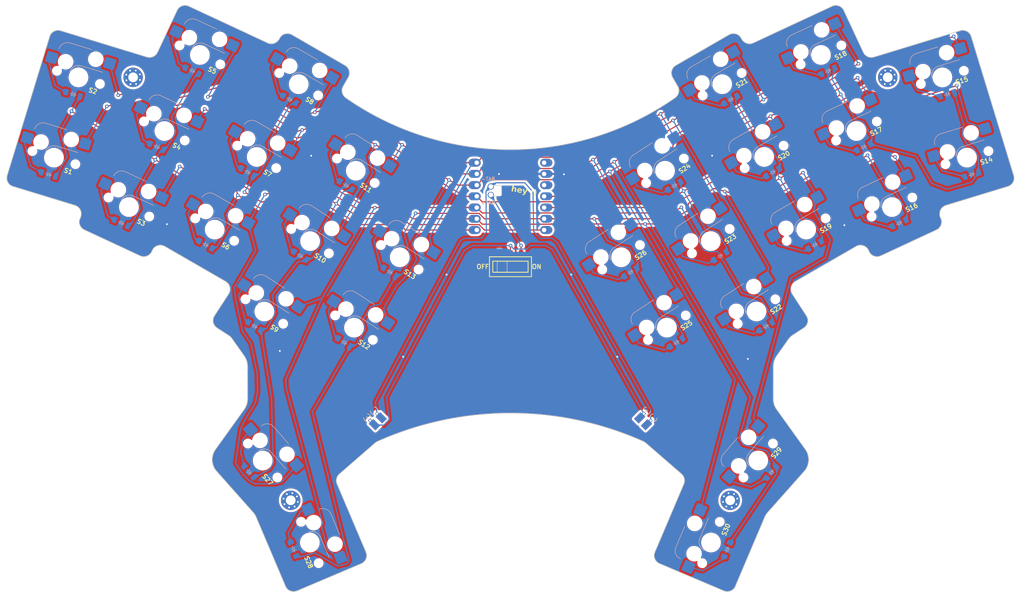
<source format=kicad_pcb>
(kicad_pcb (version 20241229) (generator "pcbnew") (generator_version "9.0")
  (title_block (title "metasepia_v3") (rev "v1.0.0") (company "Unknown"))
  (layers (0 "F.Cu" signal) (2 "B.Cu" signal) (13 "F.Paste" user) (15 "B.Paste" user) (5 "F.SilkS" user "F.Silkscreen") (7 "B.SilkS" user "B.Silkscreen") (1 "F.Mask" user) (3 "B.Mask" user) (25 "Edge.Cuts" user))
  (net 0 "")
  (net 1 "P2")
  (net 2 "pinky_home")
  (net 3 "P0")
  (net 4 "pinky_top")
  (net 5 "P4")
  (net 6 "ring_bottom")
  (net 7 "P3")
  (net 8 "ring_home")
  (net 9 "P1")
  (net 10 "ring_top")
  (net 11 "P5")
  (net 12 "middle_bottom")
  (net 13 "middle_home")
  (net 14 "middle_top")
  (net 15 "index_bottom")
  (net 16 "index_home")
  (net 17 "index_top")
  (net 18 "inner_home")
  (net 19 "inner_top")
  (net 20 "mirror_pinky_home")
  (net 21 "mirror_pinky_top")
  (net 22 "mirror_ring_bottom")
  (net 23 "mirror_ring_home")
  (net 24 "mirror_ring_top")
  (net 25 "mirror_middle_bottom")
  (net 26 "mirror_middle_home")
  (net 27 "mirror_middle_top")
  (net 28 "mirror_index_bottom")
  (net 29 "mirror_index_home")
  (net 30 "mirror_index_top")
  (net 31 "mirror_inner_home")
  (net 32 "mirror_inner_top")
  (net 33 "tucky_default")
  (net 34 "reachy_default")
  (net 35 "mirror_tucky_default")
  (net 36 "mirror_reachy_default")
  (net 37 "P6")
  (net 38 "P7")
  (net 39 "P8")
  (net 40 "P10")
  (net 41 "P9")
  (net 42 "RAW5V")
  (net 43 "GND")
  (net 44 "RAW3V3")
  (net 45 "BAT_POS")
  (net 46 "BAT_NEG")
  (footprint "frequent:MX" (layer "F.Cu") (at 298.067727 73.113746 17)
    (property "Reference" "S15")
    (property "Value" "" (hide yes))
  )
  (footprint "frequent:ComboDiode" (layer "F.Cu") (at 280.317867 88.87241 25)
    (property "Reference" "D17" (hide yes))
    (property "Value" "" (hide yes))
  )
  (footprint "frequent:xiao-smd" (layer "F.Cu") (at 200.35 100.040192)
    (property "Reference" "MCU1" (hide yes))
    (property "Value" "xiao-ble" (hide yes))
    (fp_line (start -4.699 -0.7488) (end -4.699 -1.7902) (stroke (width 0.12)) (layer "Edge.Cuts"))
    (fp_line (start -4.0132 -2.476) (end -2.413 -2.476) (stroke (width 0.12)) (layer "Edge.Cuts"))
    (fp_line (start -2.413 -0.063) (end -4.0132 -0.063) (stroke (width 0.12)) (layer "Edge.Cuts"))
    (fp_line (start -2.032 -2.095) (end -2.032 -0.444) (stroke (width 0.12)) (layer "Edge.Cuts"))
    (fp_arc (start -4.699 -0.7488) (mid -4.095391 -0.666609) (end -4.0132 -0.063) (stroke (width 0.12)) (layer "Edge.Cuts"))
    (fp_arc (start -4.0132 -2.476) (mid -4.095391 -1.872391) (end -4.699 -1.7902) (stroke (width 0.12)) (layer "Edge.Cuts"))
    (fp_arc (start -2.413 -2.476) (mid -2.143592 -2.364408) (end -2.032 -2.095) (stroke (width 0.12)) (layer "Edge.Cuts"))
    (fp_arc (start -2.032 -0.444) (mid -2.143592 -0.174592) (end -2.413 -0.063) (stroke (width 0.12)) (layer "Edge.Cuts"))
  )
  (footprint "frequent:ComboDiode" (layer "F.Cu") (at 237.918139 133.129615 33)
    (property "Reference" "D25" (hide yes))
    (property "Value" "" (hide yes))
  )
  (footprint "frequent:ComboDiode" (layer "F.Cu") (at 162.78186 133.129613 -33)
    (property "Reference" "D12" (hide yes))
    (property "Value" "" (hide yes))
  )
  (footprint "frequent:ComboDiode" (layer "F.Cu") (at 258.199098 129.474063 33)
    (property "Reference" "D22" (hide yes))
    (property "Value" "" (hide yes))
  )
  (footprint "frequent:ComboDiode" (layer "F.Cu") (at 151.296415 179.985558 -67)
    (property "Reference" "D28" (hide yes))
    (property "Value" "" (hide yes))
  )
  (footprint "frequent:MX" (layer "F.Cu") (at 175.308558 113.840196 -33)
    (property "Reference" "S13")
    (property "Value" "" (hide yes))
  )
  (footprint "frequent:MX" (layer "F.Cu") (at 225.391446 113.840192 33)
    (property "Reference" "S26")
    (property "Value" "" (hide yes))
  )
  (footprint "frequent:ComboDiode" (layer "F.Cu") (at 95.907726 95.108757 -17)
    (property "Reference" "D1" (hide yes))
    (property "Value" "" (hide yes))
  )
  (footprint "frequent:MX" (layer "F.Cu") (at 155.027599 110.184641 -33)
    (property "Reference" "S10")
    (property "Value" "" (hide yes))
  )
  (footprint "frequent:MX" (layer "F.Cu") (at 144.679458 126.119381 -33)
    (property "Reference" "S9")
    (property "Value" "" (hide yes))
  )
  (footprint "frequent:ComboDiode" (layer "F.Cu") (at 112.352388 106.092257 -25)
    (property "Reference" "D3" (hide yes))
    (property "Value" "" (hide yes))
  )
  (footprint "frequent:MX" (layer "F.Cu") (at 97.077212 91.283539 -17)
    (property "Reference" "S1")
    (property "Value" "" (hide yes))
  )
  (footprint "frequent:MX" (layer "F.Cu") (at 256.404752 159.85223 49)
    (property "Reference" "S29")
    (property "Value" "" (hide yes))
  )
  (footprint "frequent:MX" (layer "F.Cu") (at 286.657139 102.467028 25)
    (property "Reference" "S16")
    (property "Value" "" (hide yes))
  )
  (footprint "frequent:ComboDiode" (layer "F.Cu") (at 299.237212 76.938969 17)
    (property "Reference" "D15" (hide yes))
    (property "Value" "" (hide yes))
  )
  (footprint "frequent:ComboDiode" (layer "F.Cu") (at 259.750025 94.579037 30)
    (property "Reference" "D20" (hide yes))
    (property "Value" "" (hide yes))
  )
  (footprint "frequent:ComboDiode" (layer "F.Cu") (at 128.411884 71.652564 -25)
    (property "Reference" "D5" (hide yes))
    (property "Value" "" (hide yes))
  )
  (footprint "frequent:ComboDiode" (layer "F.Cu") (at 101.462788 76.938964 -17)
    (property "Reference" "D2" (hide yes))
    (property "Value" "" (hide yes))
  )
  (footprint "frequent:MX" (layer "F.Cu") (at 235.324262 94.249899 33)
    (property "Reference" "S24")
    (property "Value" "" (hide yes))
  )
  (footprint "m2hole" (layer "F.Cu") (at 285.708795 73.095064 21)
    (property "Reference" "_2" (hide yes))
    (property "Value" "")
  )
  (footprint "frequent:MX" (layer "F.Cu") (at 144.295252 159.85223 -49)
    (property "Reference" "S27")
    (property "Value" "" (hide yes))
  )
  (footprint "frequent:ComboDiode" (layer "F.Cu") (at 249.403587 179.985558 67)
    (property "Reference" "D30" (hide yes))
    (property "Value" "" (hide yes))
  )
  (footprint "frequent:MX" (layer "F.Cu") (at 114.04286 102.467029 -25)
    (property "Reference" "S3")
    (property "Value" "" (hide yes))
  )
  (footprint "frequent:ComboDiode" (layer "F.Cu") (at 237.502817 97.604583 33)
    (property "Reference" "D24" (hide yes))
    (property "Value" "" (hide yes))
  )
  (footprint "frequent:ComboDiode" (layer "F.Cu") (at 152.849042 113.539324 -33)
    (property "Reference" "D10" (hide yes))
    (property "Value" "" (hide yes))
  )
  (footprint "frequent:MX" (layer "F.Cu") (at 303.622788 91.283538 17)
    (property "Reference" "S14")
    (property "Value" "" (hide yes))
  )
  (footprint "m2hole" (layer "F.Cu") (at 150.643862 168.861929 -58)
    (property "Reference" "_3" (hide yes))
    (property "Value" "")
  )
  (footprint "frequent:MX" (layer "F.Cu") (at 256.020542 126.119382 33)
    (property "Reference" "S22")
    (property "Value" "" (hide yes))
  )
  (footprint "frequent:MX" (layer "F.Cu") (at 102.632276 73.113749 -17)
    (property "Reference" "S2")
    (property "Value" "" (hide yes))
  )
  (footprint "frequent:MX" (layer "F.Cu") (at 154.978434 178.422634 -67)
    (property "Reference" "S28")
    (property "Value" "" (hide yes))
  )
  (footprint "frequent:MX" (layer "F.Cu") (at 130.102353 68.027332 -25)
    (property "Reference" "S5")
    (property "Value" "" (hide yes))
  )
  (footprint "m2hole" (layer "F.Cu") (at 114.991209 73.095065 -21)
    (property "Reference" "_1" (hide yes))
    (property "Value" "")
  )
  (footprint "frequent:ComboDiode" (layer "F.Cu") (at 173.130004 117.194876 -33)
    (property "Reference" "D13" (hide yes))
    (property "Value" "" (hide yes))
  )
  (footprint "frequent:ComboDiode" (layer "F.Cu") (at 141.276411 162.476465 -49)
    (property "Reference" "D27" (hide yes))
    (property "Value" "" (hide yes))
  )
  (footprint "frequent:MX" (layer "F.Cu") (at 152.449973 74.660455 -30)
    (property "Reference" "S8")
    (property "Value" "" (hide yes))
  )
  (footprint "frequent:MX" (layer "F.Cu") (at 142.949977 91.114936 -30)
    (property "Reference" "S7")
    (property "Value" "" (hide yes))
  )
  (footprint "frequent:ComboDiode" (layer "F.Cu") (at 131.449973 111.033522 -30)
    (property "Reference" "D6" (hide yes))
    (property "Value" "" (hide yes))
  )
  (footprint "frequent:MX" (layer "F.Cu") (at 257.750028 91.114939 30)
    (property "Reference" "S20")
    (property "Value" "" (hide yes))
  )
  (footprint "frequent:bat" (layer "F.Cu") (at 170.350001 150.973205 45)
    (property "Reference" "BT1" (hide yes))
    (property "Value" "Battery_Cell" (hide yes))
  )
  (footprint "frequent:ComboDiode" (layer "F.Cu") (at 150.449977 78.124555 -30)
    (property "Reference" "D8" (hide yes))
    (property "Value" "" (hide yes))
  )
  (footprint "frequent:ComboDiode" (layer "F.Cu") (at 272.288119 71.652567 25)
    (property "Reference" "D18" (hide yes))
    (property "Value" "" (hide yes))
  )
  (footprint "frequent:ComboDiode" (layer "F.Cu") (at 163.197186 97.604584 -33)
    (property "Reference" "D11" (hide yes))
    (property "Value" "" (hide yes))
  )
  (footprint "frequent:ComboDiode" (layer "F.Cu") (at 142.500902 129.474063 -33)
    (property "Reference" "D9" (hide yes))
    (property "Value" "" (hide yes))
  )
  (footprint "frequent:ComboDiode" (layer "F.Cu") (at 304.792276 95.10876 17)
    (property "Reference" "D14" (hide yes))
    (property "Value" "" (hide yes))
  )
  (footprint "frequent:slider" (layer "F.Cu") (at 200.35 115.973205)
    (property "Reference" "REF**" (hide yes))
    (property "Value" "slider" (hide yes))
  )
  (footprint "frequent:ComboDiode" (layer "F.Cu") (at 250.250028 78.124558 30)
    (property "Reference" "D21" (hide yes))
    (property "Value" "" (hide yes))
  )
  (footprint "frequent:MX" (layer "F.Cu") (at 278.627395 85.247182 25)
    (property "Reference" "S17")
    (property "Value" "" (hide yes))
  )
  (footprint "frequent:MX" (layer "F.Cu") (at 248.250027 74.660454 30)
    (property "Reference" "S21")
    (property "Value" "" (hide yes))
  )
  (footprint "frequent:MX" (layer "F.Cu") (at 165.37574 94.249899 -33)
    (property "Reference" "S11")
    (property "Value" "" (hide yes))
  )
  (footprint "frequent:MX" (layer "F.Cu") (at 164.960419 129.774933 -33)
    (property "Reference" "S12")
    (property "Value" "" (hide yes))
  )
  (footprint "frequent:ComboDiode" (layer "F.Cu") (at 247.850961 113.539328 33)
    (property "Reference" "D23" (hide yes))
    (property "Value" "" (hide yes))
  )
  (footprint "frequent:MX" (layer "F.Cu") (at 270.597643 68.027332 25)
    (property "Reference" "S18")
    (property "Value" "" (hide yes))
  )
  (footprint "frequent:MX" (layer "F.Cu") (at 245.72157 178.422634 67)
    (property "Reference" "S30")
    (property "Value" "" (hide yes))
  )
  (footprint "frequent:MX" (layer "F.Cu") (at 267.250025 107.569418 30)
    (property "Reference" "S19")
    (property "Value" "" (hide yes))
  )
  (footprint "frequent:ComboDiode" (layer "F.Cu") (at 140.949971 94.579037 -30)
    (property "Reference" "D7" (hide yes))
    (property "Value" "" (hide yes))
  )
  (footprint "frequent:bat" (layer "F.Cu") (at 230.349999 150.973206 -45)
    (property "Reference" "BT1" (hide yes))
    (property "Value" "Battery_Cell" (hide yes))
  )
  (footprint "frequent:MX" (layer "F.Cu") (at 133.449971 107.569418 -30)
    (property "Reference" "S6")
    (property "Value" "" (hide yes))
  )
  (footprint "frequent:ComboDiode" (layer "F.Cu") (at 288.347613 106.092256 25)
    (property "Reference" "D16" (hide yes))
    (property "Value" "" (hide yes))
  )
  (footprint "frequent:ComboDiode" (layer "F.Cu") (at 259.423593 162.476468 49)
    (property "Reference" "D29" (hide yes))
    (property "Value" "" (hide yes))
  )
  (footprint "frequent:ComboDiode" (layer "F.Cu") (at 269.250027 111.03352 30)
    (property "Reference" "D19" (hide yes))
    (property "Value" "" (hide yes))
  )
  (footprint "frequent:MX" (layer "F.Cu") (at 245.672403 110.184641 33)
    (property "Reference" "S23")
    (property "Value" "" (hide yes))
  )
  (footprint "frequent:MX" (layer "F.Cu") (at 122.072607 85.24718 -25)
    (property "Reference" "S4")
    (property "Value" "" (hide yes))
  )
  (footprint "frequent:ComboDiode" (layer "F.Cu") (at 120.382134 88.872411 -25)
    (property "Reference" "D4" (hide yes))
    (property "Value" "" (hide yes))
  )
  (footprint "frequent:MX" (layer "F.Cu") (at 235.739585 129.774937 33)
    (property "Reference" "S25")
    (property "Value" "" (hide yes))
  )
  (footprint "frequent:ComboDiode" (layer "F.Cu") (at 227.569998 117.194876 33)
    (property "Reference" "D26" (hide yes))
    (property "Value" "" (hide yes))
  )
  (footprint "m2hole" (layer "F.Cu") (at 250.056134 168.861929 58)
    (property "Reference" "_4" (hide yes))
    (property "Value" "")
  )
  (gr_arc (start 119.346064 112.27177) (mid 120.557257 111.209518) (end 122.158683 111.384958) (stroke (width 0.15)) (layer "Edge.Cuts"))
  (gr_line (start 142.819509 172.683776) (end 149.455497 188.317185) (stroke (width 0.15)) (layer "Edge.Cuts"))
  (gr_arc (start 297.705791 104.983434) (mid 297.772565 106.512702) (end 296.738416 107.641285) (stroke (width 0.15)) (layer "Edge.Cuts"))
  (gr_arc (start 257.880492 172.683777) (mid 258.181476 172.109287) (end 258.571335 171.59098) (stroke (width 0.15)) (layer "Edge.Cuts"))
  (gr_line (start 275.771907 57.946057) (end 280.189822 67.420314) (stroke (width 0.15)) (layer "Edge.Cuts"))
  (gr_arc (start 152.077968 189.376732) (mid 150.547311 189.390061) (end 149.455497 188.317185) (stroke (width 0.15)) (layer "Edge.Cuts"))
  (gr_arc (start 230.442924 155.551557) (mid 230.702948 155.691549) (end 230.939514 155.868316) (stroke (width 0.15)) (layer "Edge.Cuts"))
  (gr_arc (start 140.130429 136.19705) (mid 140.674089 137.291751) (end 140.861792 138.49952) (stroke (width 0.15)) (layer "Edge.Cuts"))
  (gr_line (start 260.569572 136.19705) (end 263.19768 132.471273) (stroke (width 0.15)) (layer "Edge.Cuts"))
  (gr_arc (start 147.992972 64.480207) (mid 146.862333 65.387606) (end 145.415686 65.292821) (stroke (width 0.15)) (layer "Edge.Cuts"))
  (gr_arc (start 314.213698 95.31313) (mid 314.066981 96.836806) (end 312.885829 97.810485) (stroke (width 0.15)) (layer "Edge.Cuts"))
  (gr_line (start 284.140734 113.51568) (end 296.738416 107.641285) (stroke (width 0.15)) (layer "Edge.Cuts"))
  (gr_line (start 133.887065 162.30835) (end 142.128662 171.590981) (stroke (width 0.15)) (layer "Edge.Cuts"))
  (gr_arc (start 273.114055 56.978681) (mid 274.64335 56.911866) (end 275.771907 57.946057) (stroke (width 0.15)) (layer "Edge.Cuts"))
  (gr_arc (start 239.023918 162.895978) (mid 239.660541 163.955493) (end 239.552812 165.186863) (stroke (width 0.15)) (layer "Edge.Cuts"))
  (gr_arc (start 163.121377 77.732444) (mid 162.314483 76.526847) (end 162.53482 75.092982) (stroke (width 0.15)) (layer "Edge.Cuts"))
  (gr_arc (start 238.165181 75.092987) (mid 238.385494 76.526845) (end 237.578627 77.732449) (stroke (width 0.15)) (layer "Edge.Cuts"))
  (gr_line (start 140.861792 138.49952) (end 140.867694 145.934668) (stroke (width 0.15)) (layer "Edge.Cuts"))
  (gr_arc (start 142.128662 171.590981) (mid 142.518525 172.109285) (end 142.819509 172.683776) (stroke (width 0.15)) (layer "Edge.Cuts"))
  (gr_arc (start 161.14719 165.186863) (mid 161.039439 163.95549) (end 161.676082 162.895981) (stroke (width 0.15)) (layer "Edge.Cuts"))
  (gr_line (start 102.99421 104.983435) (end 103.055224 104.852589) (stroke (width 0.15)) (layer "Edge.Cuts"))
  (gr_line (start 298.87265 102.094743) (end 312.885829 97.810485) (stroke (width 0.15)) (layer "Edge.Cuts"))
  (gr_line (start 152.077968 189.376732) (end 166.621945 183.203185) (stroke (width 0.15)) (layer "Edge.Cuts"))
  (gr_arc (start 284.140735 113.515683) (mid 282.611474 113.582413) (end 281.482881 112.548298) (stroke (width 0.15)) (layer "Edge.Cuts"))
  (gr_arc (start 234.078059 183.203184) (mid 233.005166 182.111383) (end 233.01851 180.580707) (stroke (width 0.15)) (layer "Edge.Cuts"))
  (gr_arc (start 87.814169 97.810481) (mid 86.633039 96.83681) (end 86.486306 95.313131) (stroke (width 0.15)) (layer "Edge.Cuts"))
  (gr_arc (start 103.961589 107.641285) (mid 102.927454 106.512709) (end 102.99421 104.983435) (stroke (width 0.15)) (layer "Edge.Cuts"))
  (gr_arc (start 133.976176 129.840248) (mid 133.109155 128.578741) (end 133.388115 127.073625) (stroke (width 0.15)) (layer "Edge.Cuts"))
  (gr_line (start 150.906099 63.434525) (end 162.943854 70.384525) (stroke (width 0.15)) (layer "Edge.Cuts"))
  (gr_line (start 133.388115 127.073625) (end 136.588113 122.146058) (stroke (width 0.15)) (layer "Edge.Cuts"))
  (gr_line (start 282.587183 68.487684) (end 302.097318 62.522839) (stroke (width 0.15)) (layer "Edge.Cuts"))
  (gr_arc (start 260.581518 148.268598) (mid 260.02375 147.160432) (end 259.832304 145.934669) (stroke (width 0.15)) (layer "Edge.Cuts"))
  (gr_line (start 119.346065 112.271772) (end 119.217118 112.5483) (stroke (width 0.15)) (layer "Edge.Cuts"))
  (gr_arc (start 302.097316 62.522839) (mid 303.621 62.669558) (end 304.59467 63.850703) (stroke (width 0.15)) (layer "Edge.Cuts"))
  (gr_line (start 264.287763 131.422242) (end 266.723824 129.840246) (stroke (width 0.15)) (layer "Edge.Cuts"))
  (gr_arc (start 297.644775 104.852589) (mid 297.630314 103.193881) (end 298.87265 102.094743) (stroke (width 0.15)) (layer "Edge.Cuts"))
  (gr_arc (start 140.867694 145.934668) (mid 140.676298 147.160446) (end 140.11848 148.268596) (stroke (width 0.15)) (layer "Edge.Cuts"))
  (gr_arc (start 259.838211 138.499521) (mid 260.025907 137.29175) (end 260.569572 136.19705) (stroke (width 0.15)) (layer "Edge.Cuts"))
  (gr_arc (start 96.10533 63.850704) (mid 97.079017 62.669618) (end 98.602686 62.522836) (stroke (width 0.15)) (layer "Edge.Cuts"))
  (gr_line (start 120.510184 67.420314) (end 124.928095 57.946062) (stroke (width 0.15)) (layer "Edge.Cuts"))
  (gr_line (start 264.789231 119.324732) (end 278.541319 111.384955) (stroke (width 0.15)) (layer "Edge.Cuts"))
  (gr_arc (start 170.257079 155.551557) (mid 200.350002 149.137431) (end 230.442924 155.551559) (stroke (width 0.15)) (layer "Edge.Cuts"))
  (gr_arc (start 255.284316 65.292825) (mid 253.83769 65.38759) (end 252.707027 64.480207) (stroke (width 0.15)) (layer "Edge.Cuts"))
  (gr_arc (start 251.244503 188.317185) (mid 250.15269 189.390034) (end 248.622033 189.376733) (stroke (width 0.15)) (layer "Edge.Cuts"))
  (gr_line (start 264.111888 122.146057) (end 267.311887 127.073624) (stroke (width 0.15)) (layer "Edge.Cuts"))
  (gr_line (start 239.023918 162.895978) (end 230.939514 155.868316) (stroke (width 0.15)) (layer "Edge.Cuts"))
  (gr_line (start 87.814172 97.810486) (end 101.827353 102.094742) (stroke (width 0.15)) (layer "Edge.Cuts"))
  (gr_line (start 251.244505 188.317185) (end 257.880492 172.683777) (stroke (width 0.15)) (layer "Edge.Cuts"))
  (gr_arc (start 101.827349 102.094741) (mid 103.069673 103.193867) (end 103.055221 104.852589) (stroke (width 0.15)) (layer "Edge.Cuts"))
  (gr_line (start 281.482881 112.548298) (end 281.353934 112.27177) (stroke (width 0.15)) (layer "Edge.Cuts"))
  (gr_line (start 304.59467 63.850703) (end 314.213698 95.31313) (stroke (width 0.15)) (layer "Edge.Cuts"))
  (gr_line (start 161.14719 165.186863) (end 167.68149 180.580708) (stroke (width 0.15)) (layer "Edge.Cuts"))
  (gr_arc (start 148.174048 64.166578) (mid 149.388454 63.234754) (end 150.906099 63.434525) (stroke (width 0.15)) (layer "Edge.Cuts"))
  (gr_line (start 169.760488 155.868313) (end 161.676082 162.895981) (stroke (width 0.15)) (layer "Edge.Cuts"))
  (gr_arc (start 135.910773 119.324731) (mid 136.855493 120.58989) (end 136.588113 122.146058) (stroke (width 0.15)) (layer "Edge.Cuts"))
  (gr_arc (start 124.928101 57.946057) (mid 126.056671 56.911937) (end 127.585952 56.978684) (stroke (width 0.15)) (layer "Edge.Cuts"))
  (gr_line (start 267.072546 157.32188) (end 260.58152 148.268595) (stroke (width 0.15)) (layer "Edge.Cuts"))
  (gr_arc (start 267.311887 127.073624) (mid 267.59082 128.578712) (end 266.723824 129.840246) (stroke (width 0.15)) (layer "Edge.Cuts"))
  (gr_arc (start 133.887065 162.30835) (mid 132.88365 159.860599) (end 133.627455 157.321882) (stroke (width 0.15)) (layer "Edge.Cuts"))
  (gr_line (start 147.992972 64.480207) (end 148.174049 64.166572) (stroke (width 0.15)) (layer "Edge.Cuts"))
  (gr_arc (start 136.735264 131.632015) (mid 137.032814 131.868265) (end 137.280304 132.156534) (stroke (width 0.15)) (layer "Edge.Cuts"))
  (gr_line (start 255.284316 65.292825) (end 273.114051 56.978681) (stroke (width 0.15)) (layer "Edge.Cuts"))
  (gr_arc (start 282.587181 68.487684) (mid 281.188971 68.402159) (end 280.189822 67.420314) (stroke (width 0.15)) (layer "Edge.Cuts"))
  (gr_arc (start 278.541319 111.384958) (mid 280.142744 111.209549) (end 281.353934 112.27177) (stroke (width 0.15)) (layer "Edge.Cuts"))
  (gr_line (start 237.756149 70.384524) (end 249.793908 63.434525) (stroke (width 0.15)) (layer "Edge.Cuts"))
  (gr_arc (start 249.793901 63.434525) (mid 251.311557 63.234679) (end 252.525953 64.166574) (stroke (width 0.15)) (layer "Edge.Cuts"))
  (gr_line (start 140.11848 148.268596) (end 133.627455 157.321882) (stroke (width 0.15)) (layer "Edge.Cuts"))
  (gr_arc (start 162.943854 70.384525) (mid 163.875699 71.598937) (end 163.675903 73.116575) (stroke (width 0.15)) (layer "Edge.Cuts"))
  (gr_line (start 237.024101 73.116575) (end 238.165181 75.092987) (stroke (width 0.15)) (layer "Edge.Cuts"))
  (gr_line (start 103.961587 107.64129) (end 116.559267 113.515681) (stroke (width 0.15)) (layer "Edge.Cuts"))
  (gr_arc (start 167.681492 180.58071) (mid 167.694851 182.111377) (end 166.621945 183.203185) (stroke (width 0.15)) (layer "Edge.Cuts"))
  (gr_line (start 137.280304 132.156534) (end 140.130424 136.19705) (stroke (width 0.15)) (layer "Edge.Cuts"))
  (gr_arc (start 237.578627 77.732449) (mid 200.350002 89.449903) (end 163.121377 77.732444) (stroke (width 0.15)) (layer "Edge.Cuts"))
  (gr_arc (start 237.024101 73.116575) (mid 236.824295 71.598935) (end 237.756149 70.384524) (stroke (width 0.15)) (layer "Edge.Cuts"))
  (gr_arc (start 263.19768 132.471273) (mid 263.69267 131.894748) (end 264.287763 131.422242) (stroke (width 0.15)) (layer "Edge.Cuts"))
  (gr_line (start 258.571335 171.59098) (end 266.812938 162.308351) (stroke (width 0.15)) (layer "Edge.Cuts"))
  (gr_line (start 86.486302 95.31313) (end 96.105331 63.850702) (stroke (width 0.15)) (layer "Edge.Cuts"))
  (gr_line (start 259.832304 145.934669) (end 259.838212 138.49952) (stroke (width 0.15)) (layer "Edge.Cuts"))
  (gr_arc (start 264.111888 122.146057) (mid 263.844486 120.589883) (end 264.789231 119.324732) (stroke (width 0.15)) (layer "Edge.Cuts"))
  (gr_arc (start 169.760485 155.868311) (mid 169.997063 155.691562) (end 170.257079 155.551554) (stroke (width 0.15)) (layer "Edge.Cuts"))
  (gr_arc (start 267.072546 157.32188) (mid 267.816354 159.860608) (end 266.812938 162.308351) (stroke (width 0.15)) (layer "Edge.Cuts"))
  (gr_arc (start 119.217118 112.5483) (mid 118.088541 113.582484) (end 116.559267 113.515681) (stroke (width 0.15)) (layer "Edge.Cuts"))
  (gr_line (start 133.976176 129.840248) (end 136.735266 131.632017) (stroke (width 0.15)) (layer "Edge.Cuts"))
  (gr_arc (start 120.510177 67.42031) (mid 119.511045 68.402163) (end 118.112818 68.487684) (stroke (width 0.15)) (layer "Edge.Cuts"))
  (gr_line (start 98.602686 62.522836) (end 118.112818 68.487684) (stroke (width 0.15)) (layer "Edge.Cuts"))
  (gr_line (start 234.078058 183.203182) (end 248.622033 189.376733) (stroke (width 0.15)) (layer "Edge.Cuts"))
  (gr_line (start 162.53482 75.092982) (end 163.675903 73.116575) (stroke (width 0.15)) (layer "Edge.Cuts"))
  (gr_line (start 297.644775 104.852589) (end 297.705791 104.983434) (stroke (width 0.15)) (layer "Edge.Cuts"))
  (gr_line (start 252.525953 64.166574) (end 252.707027 64.480207) (stroke (width 0.15)) (layer "Edge.Cuts"))
  (gr_line (start 122.158683 111.384958) (end 135.910772 119.324727) (stroke (width 0.15)) (layer "Edge.Cuts"))
  (gr_line (start 233.01851 180.580707) (end 239.552812 165.186863) (stroke (width 0.15)) (layer "Edge.Cuts"))
  (gr_line (start 127.585952 56.978684) (end 145.415686 65.292821) (stroke (width 0.15)) (layer "Edge.Cuts"))
  (segment (start 200.35 111.223205) (end 200.35 112.973205) (width 0.25) (layer "F.Cu") (net 0))
  (segment (start 200.35 118.973205) (end 200.35 112.973205) (width 0.25) (layer "F.Cu") (net 0))
  (segment (start 197.849999 112.973205) (end 197.849999 118.973205) (width 0.25) (layer "F.Cu") (net 0))
  (segment (start 200.375 111.198205) (end 200.35 111.223205) (width 0.25) (layer "F.Cu") (net 0))
  (via (at 200.375 111.198205) (size 0.8) (drill 0.4) (layers "F.Cu" "B.Cu") (net 0))
  (segment (start 201.1 111.973205) (end 204.1 111.973205) (width 0.25) (layer "B.Cu") (net 0))
  (segment (start 172.90828 150.573205) (end 171.7 151.848037) (width 0.25) (layer "B.Cu") (net 0))
  (segment (start 191.7 111.198206) (end 189.885688 112.358894) (width 0.25) (layer "B.Cu") (net 0))
  (segment (start 172.90828 150.573205) (end 172.306536 145.573205) (width 0.25) (layer "B.Cu") (net 0))
  (segment (start 172.306536 145.573205) (end 189.885688 112.358894) (width 0.25) (layer "B.Cu") (net 0))
  (segment (start 200.375 111.198205) (end 191.7 111.198206) (width 0.25) (layer "B.Cu") (net 0))
  (segment (start 208.3 111.173205) (end 209.801044 112.072161) (width 0.25) (layer "B.Cu") (net 0))
  (segment (start 200.375 111.198205) (end 201.1 111.973205) (width 0.25) (layer "B.Cu") (net 0))
  (segment (start 204.1 111.973205) (end 204.9 111.173205) (width 0.25) (layer "B.Cu") (net 0))
  (segment (start 169.572184 151.751022) (end 171.7 151.848037) (width 0.25) (layer "B.Cu") (net 0))
  (segment (start 230.520554 149.24645) (end 209.801044 112.072161) (width 0.25) (layer "B.Cu") (net 0))
  (segment (start 204.9 111.173205) (end 208.3 111.173205) (width 0.25) (layer "B.Cu") (net 0))
  (segment (start 213.895335 96.274194) (end 237.135723 82.856348) (width 0.25) (layer "F.Cu") (net 1))
  (segment (start 132.187438 79.308777) (end 138.624832 77.583881) (width 0.25) (layer "F.Cu") (net 1))
  (segment (start 186.441226 96.357228) (end 188.429655 97.505249) (width 0.25) (layer "F.Cu") (net 1))
  (segment (start 124.78025 79.463396) (end 120.03876 76.725895) (width 0.25) (layer "F.Cu") (net 1))
  (segment (start 127.648903 78.694744) (end 125.019303 79.399346) (width 0.25) (layer "F.Cu") (net 1))
  (segment (start 162.487226 82.527378) (end 186.441226 96.357228) (width 0.25) (layer "F.Cu") (net 1))
  (segment (start 192.730004 97.500191) (end 188.43471 97.500192) (width 0.25) (layer "F.Cu") (net 1))
  (segment (start 271.158142 77.634911) (end 264.328015 75.804784) (width 0.25) (layer "F.Cu") (net 1))
  (segment (start 132.187438 79.308777) (end 130.022374 78.058774) (width 0.25) (layer "F.Cu") (net 1))
  (segment (start 238.963633 81.801005) (end 237.135723 82.856348) (width 0.25) (layer "F.Cu") (net 1))
  (segment (start 213.895335 96.274194) (end 193.956 96.274194) (width 0.25) (layer "F.Cu") (net 1))
  (segment (start 120.03876 76.725895) (end 109.042258 79.672401) (width 0.25) (layer "F.Cu") (net 1))
  (segment (start 188.43471 97.500192) (end 188.429655 97.505249) (width 0.25) (layer "F.Cu") (net 1))
  (segment (start 153.21958 85.010639) (end 160.813845 82.975762) (width 0.25) (layer "F.Cu") (net 1))
  (segment (start 193.956 96.274194) (end 192.730004 97.500191) (width 0.25) (layer "F.Cu") (net 1))
  (segment (start 138.624832 77.583881) (end 152.037132 85.327476) (width 0.25) (layer "F.Cu") (net 1))
  (segment (start 264.328015 75.804784) (end 249.194222 84.542284) (width 0.25) (layer "F.Cu") (net 1))
  (segment (start 278.88742 73.17241) (end 271.158142 77.634911) (width 0.25) (layer "F.Cu") (net 1))
  (segment (start 130.022374 78.058774) (end 127.648903 78.694744) (width 0.25) (layer "F.Cu") (net 1))
  (segment (start 125.019303 79.399346) (end 124.78025 79.463396) (width 0.25) (layer "F.Cu") (net 1))
  (segment (start 160.813845 82.975762) (end 162.487226 82.527378) (width 0.25) (layer "F.Cu") (net 1))
  (segment (start 152.037132 85.327476) (end 153.21958 85.010639) (width 0.25) (layer "F.Cu") (net 1))
  (segment (start 249.194222 84.542284) (end 238.963633 81.801005) (width 0.25) (layer "F.Cu") (net 1))
  (via (at 109.042258 79.672401) (size 0.8) (drill 0.4) (layers "F.Cu" "B.Cu") (net 1))
  (via (at 186.441226 96.357228) (size 0.8) (drill 0.4) (layers "F.Cu" "B.Cu") (net 1))
  (via (at 237.135723 82.856348) (size 0.8) (drill 0.4) (layers "F.Cu" "B.Cu") (net 1))
  (via (at 278.88742 73.17241) (size 0.8) (drill 0.4) (layers "F.Cu" "B.Cu") (net 1))
  (via (at 153.21958 85.010639) (size 0.8) (drill 0.4) (layers "F.Cu" "B.Cu") (net 1))
  (segment (start 177.008101 117.909995) (end 177.179431 117.779364) (width 0.25) (layer "B.Cu") (net 1))
  (segment (start 153.21973 85.011195) (end 153.21958 85.010639) (width 0.25) (layer "B.Cu") (net 1))
  (segment (start 179.149554 114.367008) (end 178.164902 110.692241) (width 0.25) (layer "B.Cu") (net 1))
  (segment (start 171.647489 125.350947) (end 174.600956 120.274397) (width 0.25) (layer "B.Cu") (net 1))
  (segment (start 178.164902 110.692241) (end 186.441226 96.357228) (width 0.25) (layer "B.Cu") (net 1))
  (segment (start 278.88742 73.17241) (end 278.887401 73.172481) (width 0.25) (layer "B.Cu") (net 1))
  (segment (start 177.179431 117.779364) (end 179.149554 114.367008) (width 0.25) (layer "B.Cu") (net 1))
  (segment (start 247.805148 102.742412) (end 248.062479 101.782048) (width 0.25) (layer "B.Cu") (net 1))
  (segment (start 248.062479 101.782048) (end 237.135723 82.856348) (width 0.25) (layer "B.Cu") (net 1))
  (segment (start 109.032772 79.674942) (end 109.042258 79.672401) (width 0.25) (layer "B.Cu") (net 1))
  (segment (start 177.008101 117.909995) (end 174.600956 120.274397) (width 0.25) (layer "B.Cu") (net 1))
  (segment (start 104.149196 88.133546) (end 109.032772 79.674942) (width 0.25) (layer "B.Cu") (net 1))
  (segment (start 278.887401 73.172481) (end 281.775145 78.1742) (width 0.25) (layer "B.Cu") (net 1))
  (segment (start 172.071925 126.625824) (end 171.647489 125.350947) (width 0.25) (layer "B.Cu") (net 1))
  (segment (start 150.549294 89.636525) (end 153.21973 85.011195) (width 0.25) (layer "B.Cu") (net 1))
  (segment (start 172.626699 128.69627) (end 172.071925 126.625824) (width 0.25) (layer "B.Cu") (net 1))
  (segment (start 90.40298 87.894074) (end 91.822475 93.191709) (width 0.25) (layer "B.Cu") (net 2))
  (segment (start 91.822475 93.191709) (end 94.282007 94.611726) (width 0.25) (layer "B.Cu") (net 2))
  (segment (start 91.044415 86.78307) (end 90.393079 87.911223) (width 0.25) (layer "B.Cu") (net 2))
  (segment (start 91.044415 86.78307) (end 90.40298 87.894074) (width 0.25) (layer "B.Cu") (net 2))
  (segment (start 156.087783 81.012159) (end 152.211687 82.050754) (width 0.25) (layer "F.Cu") (net 3))
  (segment (start 249.11246 81.500666) (end 263.986445 72.913164) (width 0.25) (layer "F.Cu") (net 3))
  (segment (start 217.265698 91.194194) (end 234.306365 81.355761) (width 0.25) (layer "F.Cu") (net 3))
  (segment (start 152.211687 82.050754) (end 138.615089 74.200755) (width 0.25) (layer "F.Cu") (net 3))
  (segment (start 192.73 92.420192) (end 193.956002 91.194193) (width 0.25) (layer "F.Cu") (net 3))
  (segment (start 263.986445 72.913164) (end 270.884874 74.761594) (width 0.25) (layer "F.Cu") (net 3))
  (segment (start 156.087783 81.012159) (end 162.764232 79.223208) (width 0.25) (layer "F.Cu") (net 3))
  (segment (start 186.065725 92.42019) (end 192.73 92.420192) (width 0.25) (layer "F.Cu") (net 3))
  (segment (start 185.624554 92.421621) (end 185.629887 92.420193) (width 0.25) (layer "F.Cu") (net 3))
  (segment (start 186.065725 92.42019) (end 185.629887 92.420193) (width 0.25) (layer "F.Cu") (net 3))
  (segment (start 119.922736 74.92686) (end 111.624131 77.150462) (width 0.25) (layer "F.Cu") (net 3))
  (segment (start 162.764232 79.223208) (end 185.624554 92.421621) (width 0.25) (layer "F.Cu") (net 3))
  (segment (start 138.615089 74.200755) (end 131.580056 76.085785) (width 0.25) (layer "F.Cu") (net 3))
  (segment (start 270.884874 74.761594) (end 279.068813 70.036593) (width 0.25) (layer "F.Cu") (net 3))
  (segment (start 193.956002 91.194193) (end 217.265698 91.194194) (width 0.25) (layer "F.Cu") (net 3))
  (segment (start 131.580056 76.085785) (end 124.988986 77.851857) (width 0.25) (layer "F.Cu") (net 3))
  (segment (start 238.828282 78.745031) (end 249.11246 81.500666) (width 0.25) (layer "F.Cu") (net 3))
  (segment (start 234.306365 81.355761) (end 238.828282 78.745031) (width 0.25) (layer "F.Cu") (net 3))
  (segment (start 124.988986 77.851857) (end 119.922736 74.92686) (width 0.25) (layer "F.Cu") (net 3))
  (via (at 234.306365 81.355761) (size 0.8) (drill 0.4) (layers "F.Cu" "B.Cu") (net 3))
  (via (at 156.087783 81.012159) (size 0.8) (drill 0.4) (layers "F.Cu" "B.Cu") (net 3))
  (via (at 279.068813 70.036593) (size 0.8) (drill 0.4) (layers "F.Cu" "B.Cu") (net 3))
  (via (at 111.624131 77.150462) (size 0.8) (drill 0.4) (layers "F.Cu" "B.Cu") (net 3))
  (segment (start 109.70426 69.963757) (end 111.628093 77.143605) (width 0.25) (layer "B.Cu") (net 3))
  (segment (start 111.628093 77.143605) (end 111.624131 77.150462) (width 0.25) (layer "B.Cu") (net 3))
  (segment (start 234.309891 81.356705) (end 234.306365 81.355761) (width 0.25) (layer "B.Cu") (net 3))
  (segment (start 237.457009 86.807671) (end 234.309891 81.356705) (width 0.25) (layer "B.Cu") (net 3))
  (segment (start 191.631175 92.71462) (end 192.729999 92.420191) (width 0.25) (layer "B.Cu") (net 3))
  (segment (start 275.824427 64.555342) (end 273.745395 60.954353) (width 0.25) (layer "B.Cu") (net 3))
  (segment (start 182.049947 109.309795) (end 191.631175 92.71462) (width 0.25) (layer "B.Cu") (net 3))
  (segment (start 275.918814 64.580632) (end 275.824427 64.555342) (width 0.25) (layer "B.Cu") (net 3))
  (segment (start 279.068813 70.036593) (end 275.918814 64.580632) (width 0.25) (layer "B.Cu") (net 3))
  (segment (start 160.228282 73.850032) (end 156.094222 81.010434) (width 0.25) (layer "B.Cu") (net 3))
  (segment (start 156.094222 81.010434) (end 156.087783 81.012159) (width 0.25) (layer "B.Cu") (net 3))
  (segment (start 182.974839 112.761531) (end 182.049947 109.309795) (width 0.25) (layer "B.Cu") (net 3))
  (segment (start 160.049295 73.182047) (end 160.228282 73.850032) (width 0.25) (layer "B.Cu") (net 3))
  (segment (start 95.958041 69.724291) (end 97.377539 75.021922) (width 0.25) (layer "B.Cu") (net 4))
  (segment (start 96.599483 68.613283) (end 95.958041 69.724291) (width 0.25) (layer "B.Cu") (net 4))
  (segment (start 97.377539 75.021922) (end 99.837071 76.441938) (width 0.25) (layer "B.Cu") (net 4))
  (segment (start 125.518745 93.284292) (end 127.35905 94.346792) (width 0.25) (layer "F.Cu") (net 5))
  (segment (start 257.854273 99.691927) (end 266.536175 94.679427) (width 0.25) (layer "F.Cu") (net 5))
  (segment (start 192.730002 102.580196) (end 193.956002 103.806192) (width 0.25) (layer "F.Cu") (net 5))
  (segment (start 246.311355 96.599012) (end 257.854273 99.691927) (width 0.25) (layer "F.Cu") (net 5))
  (segment (start 193.956002 103.806192) (end 233.838664 103.806193) (width 0.25) (layer "F.Cu") (net 5))
  (segment (start 168.019509 102.580071) (end 168.019542 102.580196) (width 0.25) (layer "F.Cu") (net 5))
  (segment (start 155.349872 95.265256) (end 168.019509 102.580071) (width 0.25) (layer "F.Cu") (net 5))
  (segment (start 168.377356 102.580196) (end 169.240972 102.580195) (width 0.25) (layer "F.Cu") (net 5))
  (segment (start 169.459855 102.580195) (end 169.679472 102.580193) (width 0.25) (layer "F.Cu") (net 5))
  (segment (start 141.928672 98.861457) (end 155.349872 95.265256) (width 0.25) (layer "F.Cu") (net 5))
  (segment (start 169.679472 102.580193) (end 170.131863 102.580195) (width 0.25) (layer "F.Cu") (net 5))
  (segment (start 168.377356 102.580196) (end 168.019542 102.580196) (width 0.25) (layer "F.Cu") (net 5))
  (segment (start 233.838664 103.806193) (end 233.840591 103.799013) (width 0.25) (layer "F.Cu") (net 5))
  (segment (start 131.969383 93.111457) (end 141.928672 98.861457) (width 0.25) (layer "F.Cu") (net 5))
  (segment (start 169.240972 102.580195) (end 169.459855 102.580195) (width 0.25) (layer "F.Cu") (net 5))
  (segment (start 170.131863 102.580195) (end 192.730002 102.580196) (width 0.25) (layer "F.Cu") (net 5))
  (segment (start 233.840591 103.799013) (end 246.311355 96.599012) (width 0.25) (layer "F.Cu") (net 5))
  (segment (start 127.35905 94.346792) (end 131.969383 93.111457) (width 0.25) (layer "F.Cu") (net 5))
  (via (at 125.518745 93.284292) (size 0.8) (drill 0.4) (layers "F.Cu" "B.Cu") (net 5))
  (via (at 169.679472 102.580193) (size 0.8) (drill 0.4) (layers "F.Cu" "B.Cu") (net 5))
  (via (at 266.536175 94.679427) (size 0.8) (drill 0.4) (layers "F.Cu" "B.Cu") (net 5))
  (segment (start 157.722585 123.1159) (end 169.679472 102.580193) (width 0.25) (layer "B.Cu") (net 5))
  (segment (start 268.940219 103.343352) (end 269.769346 100.249008) (width 0.25) (layer "B.Cu") (net 5))
  (segment (start 271.627041 113.997067) (end 272.725118 109.898989) (width 0.25) (layer "B.Cu") (net 5))
  (segment (start 269.769346 100.249008) (end 266.556963 94.684997) (width 0.25) (layer "B.Cu") (net 5))
  (segment (start 149.71026 143.747079) (end 157.867854 174.191626) (width 0.25) (layer "B.Cu") (net 5))
  (segment (start 157.867854 174.191626) (end 157.58291 174.685162) (width 0.25) (layer "B.Cu") (net 5))
  (segment (start 159.046178 180.146148) (end 161.937248 181.815306) (width 0.25) (layer "B.Cu") (net 5))
  (segment (start 152.345737 125.040718) (end 157.722585 123.1159) (width 0.25) (layer "B.Cu") (net 5))
  (segment (start 272.725118 109.898989) (end 268.940219 103.343352) (width 0.25) (layer "B.Cu") (net 5))
  (segment (start 152.427794 125.346951) (end 152.345739 125.040717) (width 0.25) (layer "B.Cu") (net 5))
  (segment (start 263.811163 118.509566) (end 271.627041 113.997067) (width 0.25) (layer "B.Cu") (net 5))
  (segment (start 149.491238 141.573011) (end 149.71026 143.747079) (width 0.25) (layer "B.Cu") (net 5))
  (segment (start 125.529718 93.325247) (end 125.518745 93.284292) (width 0.25) (layer "B.Cu") (net 5))
  (segment (start 255.313649 150.222717) (end 263.811163 118.509566) (width 0.25) (layer "B.Cu") (net 5))
  (segment (start 266.556963 94.684997) (end 266.536175 94.679427) (width 0.25) (layer "B.Cu") (net 5))
  (segment (start 157.58291 174.685162) (end 159.046178 180.146148) (width 0.25) (layer "B.Cu") (net 5))
  (segment (start 157.722585 123.1159) (end 149.491238 141.573011) (width 0.25) (layer "B.Cu") (net 5))
  (segment (start 256.403524 152.110436) (end 255.313649 150.222717) (width 0.25) (layer "B.Cu") (net 5))
  (segment (start 121.484413 100.331921) (end 125.529718 93.325247) (width 0.25) (layer "B.Cu") (net 5))
  (segment (start 107.742107 98.821418) (end 109.257367 104.476435) (width 0.25) (layer "B.Cu") (net 6))
  (segment (start 108.695121 97.170755) (end 107.742107 98.821418) (width 0.25) (layer "B.Cu") (net 6))
  (segment (start 109.257367 104.476435) (end 110.811666 105.373808) (width 0.25) (layer "B.Cu") (net 6))
  (segment (start 222.824856 94.419204) (end 231.134001 89.621914) (width 0.25) (layer "F.Cu") (net 7))
  (segment (start 231.134001 89.621914) (end 234.956294 90.646095) (width 0.25) (layer "F.Cu") (net 7))
  (segment (start 248.920424 87.818052) (end 259.182825 81.893052) (width 0.25) (layer "F.Cu") (net 7))
  (segment (start 190.072791 100.040194) (end 190.07188 100.041102) (width 0.25) (layer "F.Cu") (net 7))
  (segment (start 291.645603 78.128262) (end 280.722883 75.201528) (width 0.25) (layer "F.Cu") (net 7))
  (segment (start 192.729999 100.040195) (end 193.956002 101.266193) (width 0.25) (layer "F.Cu") (net 7))
  (segment (start 162.442805 84.089448) (end 152.043856 86.875838) (width 0.25) (layer "F.Cu") (net 7))
  (segment (start 239.306447 85.241995) (end 248.920424 87.818052) (width 0.25) (layer "F.Cu") (net 7))
  (segment (start 222.630001 94.531702) (end 222.824856 94.419204) (width 0.25) (layer "F.Cu") (net 7))
  (segment (start 264.205772 78.993053) (end 259.182825 81.893052) (width 0.25) (layer "F.Cu") (net 7))
  (segment (start 152.043856 86.875838) (end 138.681296 79.160961) (width 0.25) (layer "F.Cu") (net 7))
  (segment (start 271.001749 80.814027) (end 264.205772 78.993053) (width 0.25) (layer "F.Cu") (net 7))
  (segment (start 237.800394 86.111512) (end 239.306447 85.241995) (width 0.25) (layer "F.Cu") (net 7))
  (segment (start 175.816083 91.810516) (end 190.07188 100.041102) (width 0.25) (layer "F.Cu") (net 7))
  (segment (start 162.670085 84.220665) (end 162.442805 84.089448) (width 0.25) (layer "F.Cu") (net 7))
  (segment (start 192.73 100.040191) (end 190.072791 100.040194) (width 0.25) (layer "F.Cu") (net 7))
  (segment (start 280.722883 75.201528) (end 271.001749 80.814027) (width 0.25) (layer "F.Cu") (net 7))
  (segment (start 234.956294 90.646095) (end 236.883495 89.533425) (width 0.25) (layer "F.Cu") (net 7))
  (segment (start 132.278135 80.87668) (end 131.173951 80.239184) (width 0.25) (layer "F.Cu") (net 7))
  (segment (start 169.775556 88.323011) (end 175.816083 91.810516) (width 0.25) (layer "F.Cu") (net 7))
  (segment (start 301.317916 74.949969) (end 291.645603 78.128262) (width 0.25) (layer "F.Cu") (net 7))
  (segment (start 193.956002 101.266193) (end 210.965521 101.266193) (width 0.25) (layer "F.Cu") (net 7))
  (segment (start 236.883495 89.533425) (end 237.800394 86.111512) (width 0.25) (layer "F.Cu") (net 7))
  (segment (start 162.670085 84.220665) (end 169.775556 88.323011) (width 0.25) (layer "F.Cu") (net 7))
  (segment (start 162.395388 84.062069) (end 162.670085 84.220665) (width 0.25) (layer "F.Cu") (net 7))
  (segment (start 210.965521 101.266193) (end 222.630001 94.531702) (width 0.25) (layer "F.Cu") (net 7))
  (segment (start 138.681296 79.160961) (end 132.278135 80.87668) (width 0.25) (layer "F.Cu") (net 7))
  (via (at 301.317916 74.949969) (size 0.8) (drill 0.4) (layers "F.Cu" "B.Cu") (net 7))
  (via (at 222.824856 94.419204) (size 0.8) (drill 0.4) (layers "F.Cu" "B.Cu") (net 7))
  (via (at 169.775556 88.323011) (size 0.8) (drill 0.4) (layers "F.Cu" "B.Cu") (net 7))
  (via (at 131.173951 80.239184) (size 0.8) (drill 0.4) (layers "F.Cu" "B.Cu") (net 7))
  (via (at 259.182825 81.893052) (size 0.8) (drill 0.4) (layers "F.Cu" "B.Cu") (net 7))
  (segment (start 162.69388 109.105977) (end 162.139105 107.035532) (width 0.25) (layer "B.Cu") (net 7))
  (segment (start 260.269347 83.79453) (end 259.179245 81.906415) (width 0.25) (layer "B.Cu") (net 7))
  (segment (start 168.212767 91.029844) (end 169.775556 88.323011) (width 0.25) (layer "B.Cu") (net 7))
  (segment (start 130.948106 80.628406) (end 129.51416 83.112072) (width 0.25) (layer "B.Cu") (net 7))
  (segment (start 131.022617 80.499349) (end 130.948106 80.628406) (width 0.25) (layer "B.Cu") (net 7))
  (segment (start 130.949442 80.628048) (end 130.948106 80.628406) (width 0.25) (layer "B.Cu") (net 7))
  (segment (start 301.317916 74.949969) (end 303.698206 83.232105) (width 0.25) (layer "B.Cu") (net 7))
  (segment (start 162.139105 107.035532) (end 169.216737 94.776711) (width 0.25) (layer "B.Cu") (net 7))
  (segment (start 259.179245 81.906415) (end 259.182825 81.893052) (width 0.25) (layer "B.Cu") (net 7))
  (segment (start 307.724273 84.717477) (end 303.698206 83.232105) (width 0.25) (layer "B.Cu") (net 7))
  (segment (start 131.173951 80.239184) (end 130.949442 80.628048) (width 0.25) (layer "B.Cu") (net 7))
  (segment (start 169.216737 94.776711) (end 168.212767 91.029844) (width 0.25) (layer "B.Cu") (net 7))
  (segment (start 238.210997 121.068783) (end 222.824856 94.419204) (width 0.25) (layer "B.Cu") (net 7))
  (segment (start 237.872332 122.332708) (end 238.210997 121.068783) (width 0.25) (layer "B.Cu") (net 7))
  (segment (start 131.023952 80.49899) (end 131.022617 80.499349) (width 0.25) (layer "B.Cu") (net 7))
  (segment (start 116.724869 79.95091) (end 115.771857 81.601573) (width 0.25) (layer "B.Cu") (net 8))
  (segment (start 117.287111 87.256584) (end 118.841414 88.15396) (width 0.25) (layer "B.Cu") (net 8))
  (segment (start 115.771857 81.601573) (end 117.287111 87.256584) (width 0.25) (layer "B.Cu") (net 8))
  (segment (start 270.912807 76.159973) (end 270.981108 76.178275) (width 0.25) (layer "F.Cu") (net 9))
  (segment (start 192.729999 94.960195) (end 193.956003 93.734194) (width 0.25) (layer "F.Cu") (net 9))
  (segment (start 215.545894 93.734194) (end 219.0414 91.716062) (width 0.25) (layer "F.Cu") (net 9))
  (segment (start 279.706315 71.140777) (end 300.626517 63.825632) (width 0.25) (layer "F.Cu") (net 9))
  (segment (start 162.661301 80.751493) (end 175.818124 88.347591) (width 0.25) (layer "F.Cu") (net 9))
  (segment (start 151.937999 83.624796) (end 162.661301 80.751493) (width 0.25) (layer "F.Cu") (net 9))
  (segment (start 257.578338 78.113997) (end 264.116828 74.338999) (width 0.25) (layer "F.Cu") (net 9))
  (segment (start 219.0414 91.716062) (end 238.991388 80.19793) (width 0.25) (layer "F.Cu") (net 9))
  (segment (start 238.991388 80.19793) (end 249.221192 82.938999) (width 0.25) (layer "F.Cu") (net 9))
  (segment (start 193.956003 93.734194) (end 215.545894 93.734194) (width 0.25) (layer "F.Cu") (net 9))
  (segment (start 249.221192 82.938999) (end 257.578338 78.113997) (width 0.25) (layer "F.Cu") (net 9))
  (segment (start 131.908581 77.516766) (end 138.363054 75.787296) (width 0.25) (layer "F.Cu") (net 9))
  (segment (start 270.981108 76.178275) (end 279.706315 71.140777) (width 0.25) (layer "F.Cu") (net 9))
  (segment (start 187.277054 94.960195) (end 192.729999 94.960195) (width 0.25) (layer "F.Cu") (net 9))
  (segment (start 138.363054 75.787296) (end 151.937999 83.624796) (width 0.25) (layer "F.Cu") (net 9))
  (segment (start 264.116828 74.338999) (end 270.912807 76.159973) (width 0.25) (layer "F.Cu") (net 9))
  (segment (start 175.818124 88.347591) (end 187.273253 94.96121) (width 0.25) (layer "F.Cu") (net 9))
  (via (at 257.578338 78.113997) (size 0.8) (drill 0.4) (layers "F.Cu" "B.Cu") (net 9))
  (via (at 300.626517 63.825632) (size 0.8) (drill 0.4) (layers "F.Cu" "B.Cu") (net 9))
  (via (at 219.0414 91.716062) (size 0.8) (drill 0.4) (layers "F.Cu" "B.Cu") (net 9))
  (via (at 175.818124 88.347591) (size 0.8) (drill 0.4) (layers "F.Cu" "B.Cu") (net 9))
  (via (at 131.908581 77.516766) (size 0.8) (drill 0.4) (layers "F.Cu" "B.Cu") (net 9))
  (segment (start 251.465722 67.526637) (end 257.578338 78.113997) (width 0.25) (layer "B.Cu") (net 9))
  (segment (start 219.048726 91.718025) (end 219.0414 91.716062) (width 0.25) (layer "B.Cu") (net 9))
  (segment (start 173.042021 93.171235) (end 175.697949 88.571036) (width 0.25) (layer "B.Cu") (net 9))
  (segment (start 131.91229 77.515773) (end 131.908581 77.516766) (width 0.25) (layer "B.Cu") (net 9))
  (segment (start 175.698168 88.570976) (end 175.695311 88.56031) (width 0.25) (layer "B.Cu") (net 9))
  (segment (start 175.697949 88.571036) (end 175.698168 88.570976) (width 0.25) (layer "B.Cu") (net 9))
  (segment (start 227.524192 106.397964) (end 219.048726 91.718025) (width 0.25) (layer "B.Cu") (net 9))
  (segment (start 300.626517 63.825632) (end 302.169212 66.547685) (width 0.25) (layer "B.Cu") (net 9))
  (segment (start 137.886012 67.168983) (end 131.91229 77.515773) (width 0.25) (layer "B.Cu") (net 9))
  (segment (start 137.543906 65.892226) (end 137.886012 67.168983) (width 0.25) (layer "B.Cu") (net 9))
  (segment (start 175.695311 88.56031) (end 175.818124 88.347591) (width 0.25) (layer "B.Cu") (net 9))
  (segment (start 250.769348 67.340045) (end 251.465722 67.526637) (width 0.25) (layer "B.Cu") (net 9))
  (segment (start 123.801605 64.381722) (end 125.316859 70.036738) (width 0.25) (layer "B.Cu") (net 10))
  (segment (start 124.754612 62.731059) (end 123.801605 64.381722) (width 0.25) (layer "B.Cu") (net 10))
  (segment (start 125.316859 70.036738) (end 126.871158 70.934113) (width 0.25) (layer "B.Cu") (net 10))
  (segment (start 209.478656 106.295362) (end 209.427828 106.346192) (width 0.25) (layer "F.Cu") (net 11))
  (segment (start 268.097471 95.423462) (end 268.623787 93.459224) (width 0.25) (layer "F.Cu") (net 11))
  (segment (start 271.671377 91.699697) (end 278.894811 93.635212) (width 0.25) (layer "F.Cu") (net 11))
  (segment (start 248.055643 98.695205) (end 257.873951 101.326014) (width 0.25) (layer "F.Cu") (net 11))
  (segment (start 268.623787 93.459224) (end 271.671377 91.699697) (width 0.25) (layer "F.Cu") (net 11))
  (segment (start 155.28965 96.818962) (end 153.498109 97.299003) (width 0.25) (layer "F.Cu") (net 11))
  (segment (start 192.73 105.120191) (end 178.176382 105.120191) (width 0.25) (layer "F.Cu") (net 11))
  (segment (start 193.956004 106.346192) (end 192.73 105.120191) (width 0.25) (layer "F.Cu") (net 11))
  (segment (start 167.562767 103.90485) (end 155.28965 96.818962) (width 0.25) (layer "F.Cu") (net 11))
  (segment (start 257.873951 101.326014) (end 268.097471 95.423462) (width 0.25) (layer "F.Cu") (net 11))
  (segment (start 208.321228 106.346192) (end 193.956004 106.346192) (width 0.25) (layer "F.Cu") (net 11))
  (segment (start 230.829131 106.295366) (end 209.478656 106.295362) (width 0.25) (layer "F.Cu") (net 11))
  (segment (start 235.220669 106.298227) (end 234.561822 106.298228) (width 0.25) (layer "F.Cu") (net 11))
  (segment (start 178.176382 105.120191) (end 176.961041 103.90485) (width 0.25) (layer "F.Cu") (net 11))
  (segment (start 234.527918 106.295367) (end 230.829131 106.295366) (width 0.25) (layer "F.Cu") (net 11))
  (segment (start 176.961041 103.90485) (end 167.562767 103.90485) (width 0.25) (layer "F.Cu") (net 11))
  (segment (start 209.427828 106.346192) (end 208.321228 106.346192) (width 0.25) (layer "F.Cu") (net 11))
  (segment (start 284.567275 90.360211) (end 287.333479 91.101411) (width 0.25) (layer "F.Cu") (net 11))
  (segment (start 278.894811 93.635212) (end 284.567275 90.360211) (width 0.25) (layer "F.Cu") (net 11))
  (segment (start 246.433488 98.260552) (end 240.696067 101.573051) (width 0.25) (layer "F.Cu") (net 11))
  (segment (start 153.498109 97.299003) (end 144.81471 99.62571) (width 0.25) (layer "F.Cu") (net 11))
  (segment (start 240.200315 103.423227) (end 235.220669 106.298227) (width 0.25) (layer "F.Cu") (net 11))
  (segment (start 248.055643 98.695205) (end 246.433488 98.260552) (width 0.25) (layer "F.Cu") (net 11))
  (segment (start 240.696067 101.573051) (end 240.200315 103.423227) (width 0.25) (layer "F.Cu") (net 11))
  (via (at 144.81471 99.62571) (size 0.8) (drill 0.4) (layers "F.Cu" "B.Cu") (net 11))
  (via (at 248.823147 98.929714) (size 0.8) (drill 0.4) (layers "F.Cu" "B.Cu") (net 11))
  (via (at 230.829131 106.295366) (size 0.8) (drill 0.4) (layers "F.Cu" "B.Cu") (net 11))
  (via (at 287.333479 91.101411) (size 0.8) (drill 0.4) (layers "F.Cu" "B.Cu") (net 11))
  (segment (start 141.049293 106.09101) (end 144.776054 99.63607) (width 0.25) (layer "B.Cu") (net 11))
  (segment (start 243.328056 171.06013) (end 251.214701 141.604206) (width 0.25) (layer "B.Cu") (net 11))
  (segment (start 139.968637 163.06936) (end 141.275379 164.406015) (width 0.25) (layer "B.Cu") (net 11))
  (segment (start 258.809784 116.227079) (end 248.823147 98.929714) (width 0.25) (layer "B.Cu") (net 11))
  (segment (start 287.331277 91.109629) (end 287.333479 91.101411) (width 0.25) (layer "B.Cu") (net 11))
  (segment (start 139.304839 152.66909) (end 140.107288 150.949194) (width 0.25) (layer "B.Cu") (net 11))
  (segment (start 138.166101 160.477736) (end 139.304839 152.66909) (width 0.25) (layer "B.Cu") (net 11))
  (segment (start 289.804889 95.39405) (end 287.331277 91.109629) (width 0.25) (layer "B.Cu") (net 11))
  (segment (start 142.719383 112.323866) (end 137.94516 120.593067) (width 0.25) (layer "B.Cu") (net 11))
  (segment (start 138.131676 123.153905) (end 139.787683 130.646906) (width 0.25) (layer "B.Cu") (net 11))
  (segment (start 141.648999 133.313906) (end 143.046 140.044906) (width 0.25) (layer "B.Cu") (net 11))
  (segment (start 143.046 140.044906) (end 143.172999 144.235907) (width 0.25) (layer "B.Cu") (net 11))
  (segment (start 143.172999 144.235907) (end 142.664999 146.775907) (width 0.25) (layer "B.Cu") (net 11))
  (segment (start 151.961874 160.928463) (end 148.626517 164.713743) (width 0.25) (layer "B.Cu") (net 11))
  (segment (start 139.787683 130.646906) (end 141.648999 133.313906) (width 0.25) (layer "B.Cu") (net 11))
  (segment (start 141.275379 164.406015) (end 142.487812 165.106016) (width 0.25) (layer "B.Cu") (net 11))
  (segment (start 141.049293 106.09101) (end 142.719383 112.323866) (width 0.25) (layer "B.Cu") (net 11))
  (segment (start 258.153288 118.677153) (end 258.809784 116.227079) (width 0.25) (layer "B.Cu") (net 11))
  (segment (start 137.94516 120.593067) (end 138.131676 123.153905) (width 0.25) (layer "B.Cu") (net 11))
  (segment (start 142.487812 165.106016) (end 146.987284 165.152972) (width 0.25) (layer "B.Cu") (net 11))
  (segment (start 248.823147 98.929714) (end 248.803436 98.895576) (width 0.25) (layer "B.Cu") (net 11))
  (segment (start 251.214701 141.604206) (end 230.829131 106.295366) (width 0.25) (layer "B.Cu") (net 11))
  (segment (start 146.987284 165.152972) (end 148.626517 164.713743) (width 0.25) (layer "B.Cu") (net 11))
  (segment (start 144.776054 99.63607) (end 144.81471 99.62571) (width 0.25) (layer "B.Cu") (net 11))
  (segment (start 142.664999 146.775907) (end 140.107288 150.949194) (width 0.25) (layer "B.Cu") (net 11))
  (segment (start 138.166101 160.477736) (end 139.968637 163.06936) (width 0.25) (layer "B.Cu") (net 11))
  (segment (start 127.432096 103.822693) (end 128.982509 109.608931) (width 0.25) (layer "B.Cu") (net 12))
  (segment (start 128.982509 109.608931) (end 129.977733 110.183522) (width 0.25) (layer "B.Cu") (net 12))
  (segment (start 128.584186 101.827216) (end 127.432096 103.822693) (width 0.25) (layer "B.Cu") (net 12))
  (segment (start 138.482507 93.154446) (end 139.477731 93.729037) (width 0.25) (layer "B.Cu") (net 13))
  (segment (start 138.084181 85.372729) (end 136.93209 87.368211) (width 0.25) (layer "B.Cu") (net 13))
  (segment (start 136.93209 87.368211) (end 138.482507 93.154446) (width 0.25) (layer "B.Cu") (net 13))
  (segment (start 146.432091 70.913726) (end 147.584184 68.918246) (width 0.25) (layer "B.Cu") (net 14))
  (segment (start 147.982512 76.699968) (end 146.432091 70.913726) (width 0.25) (layer "B.Cu") (net 14))
  (segment (start 148.977732 77.274554) (end 147.982512 76.699968) (width 0.25) (layer "B.Cu") (net 14))
  (segment (start 140.413699 128.166285) (end 141.075164 128.548179) (width 0.25) (layer "B.Cu") (net 15))
  (segment (start 138.8502 122.331235) (end 140.413699 128.166285) (width 0.25) (layer "B.Cu") (net 15))
  (segment (start 140.120858 120.130393) (end 138.8502 122.331235) (width 0.25) (layer "B.Cu") (net 15))
  (segment (start 149.198342 106.396498) (end 150.76184 112.231542) (width 0.25) (layer "B.Cu") (net 16))
  (segment (start 150.468998 104.195651) (end 149.198342 106.396498) (width 0.25) (layer "B.Cu") (net 16))
  (segment (start 150.76184 112.231542) (end 151.423302 112.613439) (width 0.25) (layer "B.Cu") (net 16))
  (segment (start 159.546486 90.461752) (end 161.109982 96.296803) (width 0.25) (layer "B.Cu") (net 17))
  (segment (start 160.817139 88.26091) (end 159.546486 90.461752) (width 0.25) (layer "B.Cu") (net 17))
  (segment (start 161.109982 96.296803) (end 161.771441 96.6787) (width 0.25) (layer "B.Cu") (net 17))
  (segment (start 160.694662 131.821836) (end 161.356124 132.203728) (width 0.25) (layer "B.Cu") (net 18))
  (segment (start 160.401821 123.785944) (end 159.131163 125.986786) (width 0.25) (layer "B.Cu") (net 18))
  (segment (start 159.131163 125.986786) (end 160.694662 131.821836) (width 0.25) (layer "B.Cu") (net 18))
  (segment (start 170.749961 107.851202) (end 169.479304 110.052045) (width 0.25) (layer "B.Cu") (net 19))
  (segment (start 169.479304 110.052045) (end 171.042805 115.887095) (width 0.25) (layer "B.Cu") (net 19))
  (segment (start 171.042805 115.887095) (end 171.704262 116.268991) (width 0.25) (layer "B.Cu") (net 19))
  (segment (start 298.008715 94.22375) (end 303.166558 95.605792) (width 0.25) (layer "B.Cu") (net 20))
  (segment (start 296.104746 90.925979) (end 298.008715 94.22375) (width 0.25) (layer "B.Cu") (net 20))
  (segment (start 290.549681 72.756187) (end 292.453652 76.053957) (width 0.25) (layer "B.Cu") (net 21))
  (segment (start 292.453652 76.053957) (end 297.611491 77.436) (width 0.25) (layer "B.Cu") (net 21))
  (segment (start 286.366663 107.064874) (end 286.806893 106.810711) (width 0.25) (layer "B.Cu") (net 22))
  (segment (start 279.162503 103.159256) (end 280.511635 105.496024) (width 0.25) (layer "B.Cu") (net 22))
  (segment (start 280.511635 105.496024) (end 286.366663 107.064874) (width 0.25) (layer "B.Cu") (net 22))
  (segment (start 272.481884 88.276175) (end 278.336916 89.845027) (width 0.25) (layer "B.Cu") (net 23))
  (segment (start 278.336916 89.845027) (end 278.777144 89.59086) (width 0.25) (layer "B.Cu") (net 23))
  (segment (start 271.132754 85.939405) (end 272.481884 88.276175) (width 0.25) (layer "B.Cu") (net 23))
  (segment (start 264.452139 71.056326) (end 270.307172 72.625181) (width 0.25) (layer "B.Cu") (net 24))
  (segment (start 263.103006 68.719559) (end 264.452139 71.056326) (width 0.25) (layer "B.Cu") (net 24))
  (segment (start 270.307172 72.625181) (end 270.747399 72.371013) (width 0.25) (layer "B.Cu") (net 24))
  (segment (start 266.782563 112.45811) (end 267.777784 111.883518) (width 0.25) (layer "B.Cu") (net 25))
  (segment (start 259.844237 108.912213) (end 260.996328 110.907693) (width 0.25) (layer "B.Cu") (net 25))
  (segment (start 260.996328 110.907693) (end 266.782563 112.45811) (width 0.25) (layer "B.Cu") (net 25))
  (segment (start 251.496329 94.453211) (end 257.282564 96.003628) (width 0.25) (layer "B.Cu") (net 26))
  (segment (start 257.282564 96.003628) (end 258.277783 95.429036) (width 0.25) (layer "B.Cu") (net 26))
  (segment (start 250.344238 92.457732) (end 251.496329 94.453211) (width 0.25) (layer "B.Cu") (net 26))
  (segment (start 247.782566 79.549141) (end 248.777784 78.974555) (width 0.25) (layer "B.Cu") (net 27))
  (segment (start 240.844234 76.00325) (end 241.996329 77.998726) (width 0.25) (layer "B.Cu") (net 27))
  (segment (start 241.996329 77.998726) (end 247.782566 79.549141) (width 0.25) (layer "B.Cu") (net 27))
  (segment (start 248.695182 127.847927) (end 249.727971 129.636772) (width 0.25) (layer "B.Cu") (net 28))
  (segment (start 249.727971 129.636772) (end 255.442913 131.16809) (width 0.25) (layer "B.Cu") (net 28))
  (segment (start 255.442913 131.16809) (end 256.773359 130.399954) (width 0.25) (layer "B.Cu") (net 28))
  (segment (start 245.094773 115.233343) (end 246.425221 114.465209) (width 0.25) (layer "B.Cu") (net 29))
  (segment (start 238.347039 111.913184) (end 239.379828 113.702035) (width 0.25) (layer "B.Cu") (net 29))
  (segment (start 239.379828 113.702035) (end 245.094773 115.233343) (width 0.25) (layer "B.Cu") (net 29))
  (segment (start 234.746631 99.298607) (end 236.077075 98.530469) (width 0.25) (layer "B.Cu") (net 30))
  (segment (start 227.998898 95.978444) (end 229.031689 97.76729) (width 0.25) (layer "B.Cu") (net 30))
  (segment (start 229.031689 97.76729) (end 234.746631 99.298607) (width 0.25) (layer "B.Cu") (net 30))
  (segment (start 235.161951 134.82364) (end 236.492399 134.055503) (width 0.25) (layer "B.Cu") (net 31))
  (segment (start 229.447008 133.292322) (end 235.161951 134.82364) (width 0.25) (layer "B.Cu") (net 31))
  (segment (start 228.414218 131.503482) (end 229.447008 133.292322) (width 0.25) (layer "B.Cu") (net 31))
  (segment (start 218.066076 115.56874) (end 219.098867 117.357583) (width 0.25) (layer "B.Cu") (net 32))
  (segment (start 219.098867 117.357583) (end 224.813811 118.888896) (width 0.25) (layer "B.Cu") (net 32))
  (segment (start 224.813811 118.888896) (end 226.144259 118.120765) (width 0.25) (layer "B.Cu") (net 32))
  (segment (start 141.564035 152.838721) (end 139.783781 155.139538) (width 0.25) (layer "B.Cu") (net 33))
  (segment (start 139.783781 155.139538) (end 139.331528 158.097413) (width 0.25) (layer "B.Cu") (net 33))
  (segment (start 139.331528 158.097413) (end 140.16111 161.19346) (width 0.25) (layer "B.Cu") (net 33))
  (segment (start 154.548187 170.908399) (end 152.938537 171.339705) (width 0.25) (layer "B.Cu") (net 34))
  (segment (start 150.067346 176.312749) (end 150.632171 178.420704) (width 0.25) (layer "B.Cu") (net 34))
  (segment (start 152.938537 171.339705) (end 150.067346 176.312749) (width 0.25) (layer "B.Cu") (net 34))
  (segment (start 250.500624 164.677863) (end 254.746888 165.815646) (width 0.25) (layer "B.Cu") (net 35))
  (segment (start 254.746888 165.815646) (end 258.308294 163.759472) (width 0.25) (layer "B.Cu") (net 35))
  (segment (start 249.839609 163.532956) (end 250.500624 164.677863) (width 0.25) (layer "B.Cu") (net 35))
  (segment (start 248.608666 182.038124) (end 248.739342 181.550414) (width 0.25) (layer "B.Cu") (net 36))
  (segment (start 243.810739 184.808206) (end 248.608666 182.038124) (width 0.25) (layer "B.Cu") (net 36))
  (segment (start 240.615155 183.951952) (end 243.810739 184.808206) (width 0.25) (layer "B.Cu") (net 36))
  (segment (start 176.616386 107.660195) (end 175.387906 106.431715) (width 0.25) (layer "F.Cu") (net 37))
  (segment (start 175.387906 106.431715) (end 166.226699 106.431713) (width 0.25) (layer "F.Cu") (net 37))
  (segment (start 192.729999 107.660191) (end 176.616386 107.660195) (width 0.25) (layer "F.Cu") (net 37))
  (segment (start 138.672693 99.778153) (end 138.261399 98.24318) (width 0.25) (layer "F.Cu") (net 37))
  (segment (start 101.074623 80.82927) (end 101.056319 80.760969) (width 0.25) (layer "F.Cu") (net 37))
  (segment (start 144.193605 102.965653) (end 138.672693 99.778153) (width 0.25) (layer "F.Cu") (net 37))
  (segment (start 166.226699 106.431713) (end 155.142093 100.032013) (width 0.25) (layer "F.Cu") (net 37))
  (segment (start 127.231403 95.930893) (end 120.01871 91.766646) (width 0.25) (layer "F.Cu") (net 37))
  (segment (start 155.142093 100.032013) (end 144.193605 102.965653) (width 0.25) (layer "F.Cu") (net 37))
  (segment (start 132.029567 94.645231) (end 127.231403 95.930893) (width 0.25) (layer "F.Cu") (net 37))
  (segment (start 138.261399 98.24318) (end 132.029567 94.645231) (width 0.25) (layer "F.Cu") (net 37))
  (segment (start 120.01871 91.766646) (end 101.074623 80.82927) (width 0.25) (layer "F.Cu") (net 37))
  (via (at 120.01871 91.766646) (size 0.8) (drill 0.4) (layers "F.Cu" "B.Cu") (net 37))
  (via (at 101.056319 80.760969) (size 0.8) (drill 0.4) (layers "F.Cu" "B.Cu") (net 37))
  (via (at 138.672693 99.778153) (size 0.8) (drill 0.4) (layers "F.Cu" "B.Cu") (net 37))
  (segment (start 124.622369 85.582861) (end 122.424353 89.389942) (width 0.25) (layer "B.Cu") (net 37))
  (segment (start 138.672693 99.778153) (end 136.152476 104.143299) (width 0.25) (layer "B.Cu") (net 37))
  (segment (start 123.688655 82.098193) (end 124.622369 85.582861) (width 0.25) (layer "B.Cu") (net 37))
  (segment (start 115.658905 99.31804) (end 116.592621 102.802712) (width 0.25) (layer "B.Cu") (net 37))
  (segment (start 132.835616 111.83352) (end 133.895649 111.549488) (width 0.25) (layer "B.Cu") (net 37))
  (segment (start 136.785441 106.54422) (end 136.142808 104.145888) (width 0.25) (layer "B.Cu") (net 37))
  (segment (start 121.201766 89.717532) (end 120.01871 91.766646) (width 0.25) (layer "B.Cu") (net 37))
  (segment (start 114.394606 106.609787) (end 113.802481 106.768448) (width 0.25) (layer "B.Cu") (net 37))
  (segment (start 120.01871 91.766646) (end 115.658905 99.31804) (width 0.25) (layer "B.Cu") (net 37))
  (segment (start 116.592621 102.802712) (end 114.394606 106.609787) (width 0.25) (layer "B.Cu") (net 37))
  (segment (start 129.23151 72.497686) (end 123.688655 82.098193) (width 0.25) (layer "B.Cu") (net 37))
  (segment (start 136.152476 104.143299) (end 136.142808 104.145888) (width 0.25) (layer "B.Cu") (net 37))
  (segment (start 98.49523 85.196914) (end 100.059647 91.035405) (width 0.25) (layer "B.Cu") (net 37))
  (segment (start 129.861975 72.328754) (end 129.23151 72.497686) (width 0.25) (layer "B.Cu") (net 37))
  (segment (start 121.832226 89.548598) (end 121.201766 89.717532) (width 0.25) (layer "B.Cu") (net 37))
  (segment (start 102.992876 77.406759) (end 101.056319 80.760969) (width 0.25) (layer "B.Cu") (net 37))
  (segment (start 100.059647 91.035405) (end 97.437816 95.57655) (width 0.25) (layer "B.Cu") (net 37))
  (segment (start 122.424353 89.389942) (end 121.832226 89.548598) (width 0.25) (layer "B.Cu") (net 37))
  (segment (start 101.056319 80.760969) (end 98.49523 85.196914) (width 0.25) (layer "B.Cu") (net 37))
  (segment (start 133.895649 111.549488) (end 136.785441 106.54422) (width 0.25) (layer "B.Cu") (net 37))
  (segment (start 194.463825 107.660192) (end 193.237825 106.434192) (width 0.25) (layer "F.Cu") (net 38))
  (segment (start 177.515384 106.434193) (end 176.169107 105.087916) (width 0.25) (layer "F.Cu") (net 38))
  (segment (start 160.961433 101.738154) (end 160.956229 101.71873) (width 0.25) (layer "F.Cu") (net 38))
  (segment (start 166.763391 105.087913) (end 160.961433 101.738154) (width 0.25) (layer "F.Cu") (net 38))
  (segment (start 193.237825 106.434192) (end 179.986758 106.434195) (width 0.25) (layer "F.Cu") (net 38))
  (segment (start 146.377275 100.733424) (end 144.089183 101.346519) (width 0.25) (layer "F.Cu") (net 38))
  (segment (start 176.169107 105.087916) (end 166.763391 105.087913) (width 0.25) (layer "F.Cu") (net 38))
  (segment (start 179.986758 106.434195) (end 177.515384 106.434193) (width 0.25) (layer "F.Cu") (net 38))
  (segment (start 207.969999 107.660194) (end 194.463825 107.660192) (width 0.25) (layer "F.Cu") (net 38))
  (segment (start 144.089183 101.346519) (end 140.192068 99.096518) (width 0.25) (layer "F.Cu") (net 38))
  (segment (start 160.956229 101.71873) (end 155.169258 98.377621) (width 0.25) (layer "F.Cu") (net 38))
  (segment (start 155.169258 98.377621) (end 146.377275 100.733424) (width 0.25) (layer "F.Cu") (net 38))
  (via (at 160.956229 101.71873) (size 0.8) (drill 0.4) (layers "F.Cu" "B.Cu") (net 38))
  (via (at 140.192068 99.096518) (size 0.8) (drill 0.4) (layers "F.Cu" "B.Cu") (net 38))
  (segment (start 146.691281 160.454187) (end 146.311342 145.759906) (width 0.25) (layer "B.Cu") (net 38))
  (segment (start 146.450728 122.43933) (end 152.167208 114.952995) (width 0.25) (layer "B.Cu") (net 38))
  (segment (start 146.066877 90.468299) (end 143.395655 95.095) (width 0.25) (layer "B.Cu") (net 38))
  (segment (start 140.192068 99.096518) (end 140.191198 99.093273) (width 0.25) (layer "B.Cu") (net 38))
  (segment (start 147.173464 126.551642) (end 146.450728 122.43933) (width 0.25) (layer "B.Cu") (net 38))
  (segment (start 157.577361 110.520324) (end 155.539916 114.04928) (width 0.25) (layer "B.Cu") (net 38))
  (segment (start 164.539059 98.476006) (end 162.515346 99.018259) (width 0.25) (layer "B.Cu") (net 38))
  (segment (start 151.835616 78.924554) (end 150.522866 79.276308) (width 0.25) (layer "B.Cu") (net 38))
  (segment (start 157.037617 108.505964) (end 157.577361 110.520324) (width 0.25) (layer "B.Cu") (net 38))
  (segment (start 143.395655 95.095) (end 142.335615 95.379036) (width 0.25) (layer "B.Cu") (net 38))
  (segment (start 150.522866 79.276308) (end 145.431093 88.095513) (width 0.25) (layer "B.Cu") (net 38))
  (segment (start 145.431093 88.095513) (end 146.066877 90.468299) (width 0.25) (layer "B.Cu") (net 38))
  (segment (start 160.309842 102.838304) (end 157.037617 108.505964) (width 0.25) (layer "B.Cu") (net 38))
  (segment (start 162.515346 99.018259) (end 160.956229 101.71873) (width 0.25) (layer "B.Cu") (net 38))
  (segment (start 160.956229 101.71873) (end 160.309842 102.838304) (width 0.25) (layer "B.Cu") (net 38))
  (segment (start 146.691281 160.454187) (end 145.865714 161.884107) (width 0.25) (layer "B.Cu") (net 38))
  (segment (start 140.191198 99.093273) (end 142.335614 95.379038) (width 0.25) (layer "B.Cu") (net 38))
  (segment (start 147.173464 126.551642) (end 145.191779 129.984021) (width 0.25) (layer "B.Cu") (net 38))
  (segment (start 155.539916 114.04928) (end 154.190913 114.410748) (width 0.25) (layer "B.Cu") (net 38))
  (segment (start 154.190913 114.410748) (end 152.167208 114.952995) (width 0.25) (layer "B.Cu") (net 38))
  (segment (start 143.842774 130.345485) (end 146.311342 145.759906) (width 0.25) (layer "B.Cu") (net 38))
  (segment (start 145.191779 129.984021) (end 143.842774 130.345485) (width 0.25) (layer "B.Cu") (net 38))
  (segment (start 142.326105 163.684) (end 145.865714 161.884107) (width 0.25) (layer "B.Cu") (net 38))
  (segment (start 219.31155 105.120194) (end 207.97 105.120193) (width 0.25) (layer "F.Cu") (net 39))
  (segment (start 194.463828 105.120191) (end 193.237827 103.894195) (width 0.25) (layer "F.Cu") (net 39))
  (segment (start 207.97 105.120192) (end 194.463828 105.120191) (width 0.25) (layer "F.Cu") (net 39))
  (segment (start 193.237827 103.894195) (end 179.72676 103.894196) (width 0.25) (layer "F.Cu") (net 39))
  (segment (start 234.529753 105.120195) (end 239.023348 102.525815) (width 0.25) (layer "F.Cu") (net 39))
  (segment (start 207.97 105.120192) (end 218.546228 105.120194) (width 0.25) (layer "F.Cu") (net 39))
  (segment (start 179.72676 103.894196) (end 178.886645 103.894198) (width 0.25) (layer "F.Cu") (net 39))
  (segment (start 219.31155 105.120194) (end 234.529753 105.120195) (width 0.25) (layer "F.Cu") (net 39))
  (via (at 178.886645 103.894198) (size 0.8) (drill 0.4) (layers "F.Cu" "B.Cu") (net 39))
  (via (at 219.31155 105.120194) (size 0.8) (drill 0.4) (layers "F.Cu" "B.Cu") (net 39))
  (via (at 239.023348 102.525815) (size 0.8) (drill 0.4) (layers "F.Cu" "B.Cu") (net 39))
  (segment (start 166.970434 128.096256) (end 167.51018 130.110617) (width 0.25) (layer "B.Cu") (net 39))
  (segment (start 245.443628 112.583156) (end 244.106812 112.224958) (width 0.25) (layer "B.Cu") (net 39))
  (segment (start 168.790029 124.944625) (end 166.970434 128.096256) (width 0.25) (layer "B.Cu") (net 39))
  (segment (start 243.040296 110.377699) (end 243.203972 109.766863) (width 0.25) (layer "B.Cu") (net 39))
  (segment (start 175.820878 117.704833) (end 177.858319 114.175879) (width 0.25) (layer "B.Cu") (net 39))
  (segment (start 259.540972 128.602643) (end 259.749185 127.82558) (width 0.25) (layer "B.Cu") (net 39))
  (segment (start 156.158597 180.781375) (end 161.333781 183.769268) (width 0.25) (layer "B.Cu") (net 39))
  (segment (start 161.333781 183.769268) (end 162.437778 183.473457) (width 0.25) (layer "B.Cu") (net 39))
  (segment (start 167.51018 130.110617) (end 165.472737 133.639573) (width 0.25) (layer "B.Cu") (net 39))
  (segment (start 244.106812 112.224958) (end 243.040296 110.377699) (width 0.25) (layer "B.Cu") (net 39))
  (segment (start 234.519867 126.988296) (end 237.305172 127.734617) (width 0.25) (layer "B.Cu") (net 39))
  (segment (start 222.294 110.072907) (end 224.834 111.215906) (width 0.25) (layer "B.Cu") (net 39))
  (segment (start 177.858319 114.175879) (end 176.30261 108.369878) (width 0.25) (layer "B.Cu") (net 39))
  (segment (start 155.544609 148.860516) (end 162.618126 177.74978) (width 0.25) (layer "B.Cu") (net 39))
  (segment (start 162.437778 183.473457) (end 163.443567 183.203952) (width 0.25) (layer "B.Cu") (net 39))
  (segment (start 152.463774 181.771399) (end 156.158597 180.781375) (width 0.25) (layer "B.Cu") (net 39))
  (segment (start 220.769617 107.532907) (end 222.294 110.072907) (width 0.25) (layer "B.Cu") (net 39))
  (segment (start 174.471876 118.066297) (end 175.820878 117.704833) (width 0.25) (layer "B.Cu") (net 39))
  (segment (start 174.471875 118.066299) (end 170.78989 124.482665) (width 0.25) (layer "B.Cu") (net 39))
  (segment (start 239.468224 131.481133) (end 239.260013 132.258195) (width 0.25) (layer "B.Cu") (net 39))
  (segment (start 155.544609 148.860516) (end 164.123734 134.001036) (width 0.25) (layer "B.Cu") (net 39))
  (segment (start 259.749185 127.82558) (end 257.055337 123.159697) (width 0.25) (layer "B.Cu") (net 39))
  (segment (start 222.294 110.072907) (end 219.31155 105.120194) (width 0.25) (layer "B.Cu") (net 39))
  (segment (start 247.135108 112.515945) (end 247.620454 113.166434) (width 0.25) (layer "B.Cu") (net 39))
  (segment (start 228.911869 116.323454) (end 229.226075 115.150821) (width 0.25) (layer "B.Cu") (net 39))
  (segment (start 163.877965 182.451556) (end 162.618126 177.74978) (width 0.25) (layer "B.Cu") (net 39))
  (segment (start 237.305172 127.734617) (end 239.468224 131.481133) (width 0.25) (layer "B.Cu") (net 39))
  (segment (start 176.30261 108.369878) (end 178.886645 103.894198) (width 0.25) (layer "B.Cu") (net 39))
  (segment (start 165.472737 133.639573) (end 164.123733 134.001037) (width 0.25) (layer "B.Cu") (net 39))
  (segment (start 245.443628 112.583156) (end 247.135108 112.515945) (width 0.25) (layer "B.Cu") (net 39))
  (segment (start 257.055337 123.159697) (end 252.719275 121.997851) (width 0.25) (layer "B.Cu") (net 39))
  (segment (start 228.737734 116.973345) (end 234.519867 126.988296) (width 0.25) (layer "B.Cu") (net 39))
  (segment (start 151.921586 181.458366) (end 152.463774 181.771399) (width 0.25) (layer "B.Cu") (net 39))
  (segment (start 243.203972 109.766863) (end 239.023348 102.525815) (width 0.25) (layer "B.Cu") (net 39))
  (segment (start 229.226075 115.150821) (end 227.247344 111.72356) (width 0.25) (layer "B.Cu") (net 39))
  (segment (start 170.78989 124.482665) (end 168.790029 124.944625) (width 0.25) (layer "B.Cu") (net 39))
  (segment (start 252.719275 121.997851) (end 247.620454 113.166434) (width 0.25) (layer "B.Cu") (net 39))
  (segment (start 227.247344 111.72356) (end 224.834 111.215906) (width 0.25) (layer "B.Cu") (net 39))
  (segment (start 163.443567 183.203952) (end 163.877965 182.451556) (width 0.25) (layer "B.Cu") (net 39))
  (segment (start 228.911871 116.323454) (end 228.737734 116.973345) (width 0.25) (layer "B.Cu") (net 39))
  (segment (start 264.241893 77.355616) (end 271.208625 79.222347) (width 0.25) (layer "F.Cu") (net 40))
  (segment (start 249.064799 86.118115) (end 264.241893 77.355616) (width 0.25) (layer "F.Cu") (net 40))
  (segment (start 207.970003 100.040196) (end 210.269157 100.040194) (width 0.25) (layer "F.Cu") (net 40))
  (segment (start 223.830293 92.21067) (end 210.269157 100.040194) (width 0.25) (layer "F.Cu") (net 40))
  (segment (start 223.830293 92.21067) (end 239.036878 83.431144) (width 0.25) (layer "F.Cu") (net 40))
  (segment (start 271.208625 79.222347) (end 275.092326 76.980087) (width 0.25) (layer "F.Cu") (net 40))
  (segment (start 239.036878 83.431144) (end 249.064799 86.118115) (width 0.25) (layer "F.Cu") (net 40))
  (via (at 223.830293 92.21067) (size 0.8) (drill 0.4) (layers "F.Cu" "B.Cu") (net 40))
  (via (at 275.092326 76.980087) (size 0.8) (drill 0.4) (layers "F.Cu" "B.Cu") (net 40))
  (segment (start 250.028759 178.512751) (end 260.683733 162.692699) (width 0.25) (layer "B.Cu") (net 40))
  (segment (start 282.181828 86.651638) (end 281.767958 88.196222) (width 0.25) (layer "B.Cu") (net 40))
  (segment (start 254.625767 145.549995) (end 223.830293 92.21067) (width 0.25) (layer "B.Cu") (net 40))
  (segment (start 252.150065 154.789436) (end 254.625767 145.549995) (width 0.25) (layer "B.Cu") (net 40))
  (segment (start 273.068693 73.475055) (end 275.092326 76.980087) (width 0.25) (layer "B.Cu") (net 40))
  (segment (start 305.188379 89.243223) (end 303.623401 88.226063) (width 0.25) (layer "B.Cu") (net 40))
  (segment (start 295.692436 97.129551) (end 299.186745 98.431874) (width 0.25) (layer "B.Cu") (net 40))
  (segment (start 302.845566 83.724374) (end 302.595299 86.068572) (width 0.25) (layer "B.Cu") (net 40))
  (segment (start 292.129936 90.95912) (end 295.692436 97.129551) (width 0.25) (layer "B.Cu") (net 40))
  (segment (start 281.76796 88.196222) (end 292.129936 90.95912) (width 0.25) (layer "B.Cu") (net 40))
  (segment (start 300.767301 76.471173) (end 302.845566 83.724374) (width 0.25) (layer "B.Cu") (net 40))
  (segment (start 260.683733 162.692699) (end 260.473289 161.26893) (width 0.25) (layer "B.Cu") (net 40))
  (segment (start 275.092326 76.980087) (end 278.411804 82.729595) (width 0.25) (layer "B.Cu") (net 40))
  (segment (start 305.188379 89.243223) (end 306.154273 90.916202) (width 0.25) (layer "B.Cu") (net 40))
  (segment (start 306.322364 94.640962) (end 304.701465 96.833647) (width 0.25) (layer "B.Cu") (net 40))
  (segment (start 302.725322 86.458453) (end 303.623401 88.226063) (width 0.25) (layer "B.Cu") (net 40))
  (segment (start 260.473289 161.26893) (end 258.40551 157.687438) (width 0.25) (layer "B.Cu") (net 40))
  (segment (start 258.40551 157.687438) (end 252.984614 156.234915) (width 0.25) (layer "B.Cu") (net 40))
  (segment (start 278.411804 82.729595) (end 280.192985 83.206861) (width 0.25) (layer "B.Cu") (net 40))
  (segment (start 273.738213 70.976375) (end 273.068693 73.475055) (width 0.25) (layer "B.Cu") (net 40))
  (segment (start 299.186745 98.431874) (end 304.701465 96.833647) (width 0.25) (layer "B.Cu") (net 40))
  (segment (start 252.984614 156.234915) (end 252.150065 154.789436) (width 0.25) (layer "B.Cu") (net 40))
  (segment (start 280.192985 83.206861) (end 282.181828 86.651638) (width 0.25) (layer "B.Cu") (net 40))
  (segment (start 306.322364 94.640962) (end 306.154273 90.916202) (width 0.25) (layer "B.Cu") (net 40))
  (segment (start 302.595299 86.068572) (end 302.725322 86.458453) (width 0.25) (layer "B.Cu") (net 40))
  (segment (start 223.058299 102.580195) (end 233.105695 102.580197) (width 0.25) (layer "F.Cu") (net 41))
  (segment (start 257.883694 97.942889) (end 261.304494 95.967889) (width 0.25) (layer "F.Cu") (net 41))
  (segment (start 221.776695 102.580196) (end 223.058299 102.580195) (width 0.25) (layer "F.Cu") (net 41))
  (segment (start 271.458642 90.105389) (end 278.835179 92.081924) (width 0.25) (layer "F.Cu") (net 41))
  (segment (start 235.184158 101.380197) (end 233.105695 102.580197) (width 0.25) (layer "F.Cu") (net 41))
  (segment (start 239.515027 98.877426) (end 246.443231 94.877424) (width 0.25) (layer "F.Cu") (net 41))
  (segment (start 235.184901 101.377427) (end 235.184158 101.380197) (width 0.25) (layer "F.Cu") (net 41))
  (segment (start 207.969999 102.580195) (end 221.776695 102.580196) (width 0.25) (layer "F.Cu") (net 41))
  (segment (start 246.443231 94.877424) (end 257.883694 97.942889) (width 0.25) (layer "F.Cu") (net 41))
  (segment (start 278.835179 92.081924) (end 281.130147 90.756924) (width 0.25) (layer "F.Cu") (net 41))
  (segment (start 261.304494 95.967889) (end 271.458642 90.105389) (width 0.25) (layer "F.Cu") (net 41))
  (segment (start 235.184901 101.377427) (end 239.515027 98.877426) (width 0.25) (layer "F.Cu") (net 41))
  (via (at 281.130147 90.756924) (size 0.8) (drill 0.4) (layers "F.Cu" "B.Cu") (net 41))
  (via (at 239.515027 98.877426) (size 0.8) (drill 0.4) (layers "F.Cu" "B.Cu") (net 41))
  (via (at 261.304494 95.967889) (size 0.8) (drill 0.4) (layers "F.Cu" "B.Cu") (net 41))
  (segment (start 251.283917 78.637308) (end 256.942831 88.438836) (width 0.25) (layer "B.Cu") (net 41))
  (segment (start 266.442832 104.893313) (end 268.815617 105.5291) (width 0.25) (layer "B.Cu") (net 41))
  (segment (start 251.635667 77.324558) (end 251.283917 78.637308) (width 0.25) (layer "B.Cu") (net 41))
  (segment (start 260.783915 95.091786) (end 266.442832 104.893313) (width 0.25) (layer "B.Cu") (net 41))
  (segment (start 290.211573 103.871489) (end 287.340837 98.899229) (width 0.25) (layer "B.Cu") (net 41))
  (segment (start 256.942827 88.438832) (end 259.315618 89.074619) (width 0.25) (layer "B.Cu") (net 41))
  (segment (start 287.340837 98.899229) (end 285.554806 98.420661) (width 0.25) (layer "B.Cu") (net 41))
  (segment (start 268.815617 105.5291) (end 270.919706 109.173483) (width 0.25) (layer "B.Cu") (net 41))
  (segment (start 249.401048 111.89084) (end 249.192832 112.667902) (width 0.25) (layer "B.Cu") (net 41))
  (segment (start 261.419703 92.719002) (end 260.783915 95.091786) (width 0.25) (layer "B.Cu") (net 41))
  (segment (start 247.237994 108.144324) (end 249.401048 111.89084) (width 0.25) (layer "B.Cu") (net 41))
  (segment (start 259.315618 89.074619) (end 261.419703 92.719002) (width 0.25) (layer "B.Cu") (net 41))
  (segment (start 256.942831 88.438836) (end 259.315619 89.074622) (width 0.25) (layer "B.Cu") (net 41))
  (segment (start 261.419701 92.719001) (end 261.135665 93.779036) (width 0.25) (layer "B.Cu") (net 41))
  (segment (start 285.554806 98.420661) (end 281.130147 90.756924) (width 0.25) (layer "B.Cu") (net 41))
  (segment (start 244.452686 107.398003) (end 247.237994 108.144324) (width 0.25) (layer "B.Cu") (net 41))
  (segment (start 259.315619 89.074622) (end 261.419701 92.719001) (width 0.25) (layer "B.Cu") (net 41))
  (segment (start 238.670553 97.383054) (end 244.452686 107.398003) (width 0.25) (layer "B.Cu") (net 41))
  (segment (start 270.919706 109.173483) (end 270.635668 110.23352) (width 0.25) (layer "B.Cu") (net 41))
  (segment (start 238.844688 96.733166) (end 238.670553 97.383054) (width 0.25) (layer "B.Cu") (net 41))
  (segment (start 289.797706 105.416068) (end 290.211573 103.871489) (width 0.25) (layer "B.Cu") (net 41))
  (via (at 155.27155 90.841469) (size 0.8) (drill 0.4) (layers "F.Cu" "B.Cu") (net 43))
  (via (at 122.64155 106.351469) (size 0.8) (drill 0.4) (layers "F.Cu" "B.Cu") (net 43))
  (via (at 148.18155 135.04147) (size 0.8) (drill 0.4) (layers "F.Cu" "B.Cu") (net 43))
  (via (at 176.1 136.373205) (size 0.8) (drill 0.4) (layers "F.Cu" "B.Cu") (net 43))
  (via (at 214.1 117.773206) (size 0.8) (drill 0.4) (layers "F.Cu" "B.Cu") (net 43))
  (via (at 224.5 136.373205) (size 0.8) (drill 0.4) (layers "F.Cu" "B.Cu") (net 43))
  (via (at 275.89155 106.57147) (size 0.8) (drill 0.4) (layers "F.Cu" "B.Cu") (net 43))
  (via (at 245.97155 90.83147) (size 0.8) (drill 0.4) (layers "F.Cu" "B.Cu") (net 43))
  (via (at 197.76155 94.981469) (size 0.8) (drill 0.4) (layers "F.Cu" "B.Cu") (net 43))
  (via (at 185.9 117.773205) (size 0.8) (drill 0.4) (layers "F.Cu" "B.Cu") (net 43))
  (via (at 212.45155 95.05147) (size 0.8) (drill 0.4) (layers "F.Cu" "B.Cu") (net 43))
  (via (at 254.061551 136.841469) (size 0.8) (drill 0.4) (layers "F.Cu" "B.Cu") (net 43))
  (segment (start 202.75 112.973205) (end 202.8 118.973205) (width 0.25) (layer "F.Cu") (net 45))
  (segment (start 202.75 112.973205) (end 202.75 111.198205) (width 0.25) (layer "F.Cu") (net 45))
  (via (at 202.75 111.198205) (size 0.8) (drill 0.4) (layers "F.Cu" "B.Cu") (net 45))
  (segment (start 202.75 111.198205) (end 195.905 99.723192) (width 0.25) (layer "B.Cu") (net 45))
  (segment (start 170.179164 149.246733) (end 169.772565 146.645771) (width 0.25) (layer "B.Cu") (net 46))
  (segment (start 194.824993 98.898199) (end 194.9 108.173205) (width 0.25) (layer "B.Cu") (net 46))
  (segment (start 209.7 109.518225) (end 210.886992 110.386213) (width 0.25) (layer "B.Cu") (net 46))
  (segment (start 232.07647 150.802368) (end 232.100001 148.473205) (width 0.25) (layer "B.Cu") (net 46))
  (segment (start 194.9 108.173205) (end 193.842857 109.516063) (width 0.25) (layer "B.Cu") (net 46))
  (segment (start 205.6 107.973206) (end 207.1 109.573205) (width 0.25) (layer "B.Cu") (net 46))
  (segment (start 189.9 109.573205) (end 193.842857 109.516063) (width 0.25) (layer "B.Cu") (net 46))
  (segment (start 232.100001 148.473205) (end 210.886992 110.386213) (width 0.25) (layer "B.Cu") (net 46))
  (segment (start 197.1 96.973205) (end 195.905 97.818192) (width 0.25) (layer "B.Cu") (net 46))
  (segment (start 203.6 96.973205) (end 205.466667 99.106538) (width 0.25) (layer "B.Cu") (net 46))
  (segment (start 205.466667 99.106538) (end 205.6 107.973206) (width 0.25) (layer "B.Cu") (net 46))
  (segment (start 203.6 96.973205) (end 197.1 96.973205) (width 0.25) (layer "B.Cu") (net 46))
  (segment (start 207.1 109.573205) (end 209.7 109.518225) (width 0.25) (layer "B.Cu") (net 46))
  (segment (start 189.030973 110.104178) (end 189.9 109.573205) (width 0.25) (layer "B.Cu") (net 46))
  (segment (start 195.905 97.818192) (end 194.824993 98.898199) (width 0.25) (layer "B.Cu") (net 46))
  (segment (start 189.030973 110.104178) (end 169.772565 146.645771) (width 0.25) (layer "B.Cu") (net 46))
  (zone (net 43) (net_name "GND") (layers "F.Cu" "B.Cu") (priority 1) (connect_pads (clearance 0.508)) (min_thickness 0.25) (fill yes (thermal_gap 0.5) (thermal_bridge_width 0.5))
    (polygon (pts (xy 84.88 55.589907) (xy 316.528 55.589907) (xy 316.528 191.261362) (xy 84.88 191.428996)))
  )
)
</source>
